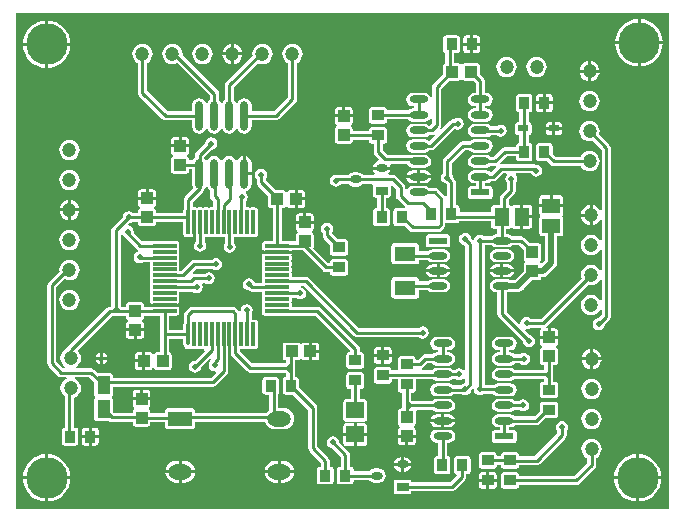
<source format=gtl>
G04 Layer_Physical_Order=1*
G04 Layer_Color=255*
%FSLAX24Y24*%
%MOIN*%
G70*
G01*
G75*
%ADD10R,0.0591X0.0551*%
%ADD11R,0.0354X0.0236*%
%ADD12R,0.0787X0.0512*%
%ADD13O,0.0787X0.0512*%
%ADD14R,0.0394X0.0394*%
%ADD15R,0.0118X0.0787*%
%ADD16R,0.0787X0.0118*%
%ADD17O,0.0118X0.0787*%
%ADD18R,0.0394X0.0276*%
%ADD19O,0.0394X0.0276*%
%ADD20R,0.0354X0.0394*%
%ADD21R,0.0394X0.0354*%
%ADD22R,0.0610X0.0236*%
%ADD23O,0.0610X0.0236*%
%ADD24O,0.0276X0.0984*%
%ADD25R,0.0394X0.0394*%
%ADD26O,0.0630X0.0236*%
%ADD27R,0.0630X0.0236*%
%ADD28R,0.0433X0.0600*%
%ADD29R,0.0512X0.0591*%
%ADD30R,0.0709X0.0512*%
%ADD31R,0.0591X0.0512*%
%ADD32C,0.0100*%
%ADD33C,0.0197*%
%ADD34C,0.0472*%
%ADD35C,0.1378*%
%ADD36C,0.0200*%
G36*
X50512Y29724D02*
X28740D01*
Y46260D01*
X50512D01*
Y29724D01*
D02*
G37*
%LPC*%
G36*
X47913Y34056D02*
X47826Y34044D01*
X47744Y34010D01*
X47674Y33956D01*
X47620Y33886D01*
X47586Y33804D01*
X47574Y33717D01*
X47586Y33629D01*
X47620Y33547D01*
X47674Y33477D01*
X47744Y33423D01*
X47826Y33389D01*
X47913Y33377D01*
X48001Y33389D01*
X48083Y33423D01*
X48153Y33477D01*
X48207Y33547D01*
X48241Y33629D01*
X48253Y33717D01*
X48241Y33804D01*
X48207Y33886D01*
X48153Y33956D01*
X48083Y34010D01*
X48001Y34044D01*
X47913Y34056D01*
D02*
G37*
G36*
X32863Y33685D02*
X32717D01*
X32678Y33677D01*
X32644Y33655D01*
X32622Y33622D01*
X32615Y33583D01*
Y33436D01*
X32863D01*
Y33685D01*
D02*
G37*
G36*
X46693Y33291D02*
X46299D01*
X46260Y33283D01*
X46227Y33261D01*
X46205Y33228D01*
X46197Y33189D01*
Y32988D01*
X46015Y32806D01*
X45357D01*
X45354Y32810D01*
X45282Y32858D01*
X45197Y32875D01*
X44803D01*
X44718Y32858D01*
X44646Y32810D01*
X44598Y32738D01*
X44581Y32653D01*
X44598Y32568D01*
X44646Y32496D01*
X44718Y32447D01*
X44803Y32430D01*
X44847D01*
Y32357D01*
X44685D01*
X44646Y32349D01*
X44613Y32327D01*
X44591Y32294D01*
X44583Y32255D01*
Y32019D01*
X44591Y31980D01*
X44613Y31947D01*
X44646Y31925D01*
X44685Y31917D01*
X45315D01*
X45354Y31925D01*
X45387Y31947D01*
X45409Y31980D01*
X45417Y32019D01*
Y32255D01*
X45409Y32294D01*
X45387Y32327D01*
X45354Y32349D01*
X45315Y32357D01*
X45153D01*
Y32430D01*
X45197D01*
X45282Y32447D01*
X45354Y32496D01*
X45357Y32500D01*
X46078D01*
X46136Y32511D01*
X46186Y32545D01*
X46374Y32733D01*
X46693D01*
X46732Y32740D01*
X46765Y32763D01*
X46787Y32796D01*
X46795Y32835D01*
Y33189D01*
X46787Y33228D01*
X46765Y33261D01*
X46732Y33283D01*
X46693Y33291D01*
D02*
G37*
G36*
X45197Y33391D02*
X44803D01*
X44718Y33374D01*
X44646Y33326D01*
X44598Y33254D01*
X44581Y33168D01*
X44598Y33083D01*
X44646Y33011D01*
X44718Y32963D01*
X44803Y32946D01*
X45197D01*
X45282Y32963D01*
X45354Y33011D01*
X45357Y33016D01*
X45500D01*
X45553Y32980D01*
X45631Y32965D01*
X45710Y32980D01*
X45776Y33024D01*
X45820Y33090D01*
X45835Y33168D01*
X45820Y33247D01*
X45776Y33313D01*
X45710Y33357D01*
X45631Y33372D01*
X45553Y33357D01*
X45500Y33321D01*
X45357D01*
X45354Y33326D01*
X45282Y33374D01*
X45197Y33391D01*
D02*
G37*
G36*
X33110Y33685D02*
X32963D01*
Y33436D01*
X33212D01*
Y33583D01*
X33204Y33622D01*
X33182Y33655D01*
X33149Y33677D01*
X33110Y33685D01*
D02*
G37*
G36*
X47863Y34667D02*
X47581D01*
X47586Y34629D01*
X47620Y34547D01*
X47674Y34477D01*
X47744Y34423D01*
X47826Y34389D01*
X47863Y34384D01*
Y34667D01*
D02*
G37*
G36*
X45197Y35454D02*
X44803D01*
X44718Y35437D01*
X44646Y35389D01*
X44598Y35317D01*
X44581Y35231D01*
X44598Y35146D01*
X44646Y35074D01*
X44718Y35026D01*
X44803Y35009D01*
X44847D01*
Y34938D01*
X44803D01*
X44718Y34921D01*
X44646Y34873D01*
X44598Y34801D01*
X44581Y34716D01*
X44598Y34631D01*
X44646Y34558D01*
X44718Y34510D01*
X44803Y34493D01*
X45197D01*
X45282Y34510D01*
X45354Y34558D01*
X45357Y34563D01*
X45535D01*
X45588Y34527D01*
X45666Y34512D01*
X45744Y34527D01*
X45810Y34572D01*
X45854Y34638D01*
X45870Y34716D01*
X45854Y34794D01*
X45810Y34860D01*
X45744Y34904D01*
X45666Y34920D01*
X45588Y34904D01*
X45535Y34869D01*
X45357D01*
X45354Y34873D01*
X45282Y34921D01*
X45197Y34938D01*
X45153D01*
Y35009D01*
X45197D01*
X45282Y35026D01*
X45354Y35074D01*
X45402Y35146D01*
X45419Y35231D01*
X45402Y35317D01*
X45354Y35389D01*
X45282Y35437D01*
X45197Y35454D01*
D02*
G37*
G36*
X46795Y35383D02*
X46197D01*
Y35236D01*
X46205Y35197D01*
X46227Y35164D01*
X46257Y35144D01*
X46259Y35118D01*
X46257Y35092D01*
X46227Y35072D01*
X46205Y35039D01*
X46197Y35000D01*
Y34606D01*
X46205Y34567D01*
X46227Y34534D01*
X46260Y34512D01*
X46299Y34504D01*
X46331D01*
Y34355D01*
X46329Y34353D01*
X45357D01*
X45354Y34357D01*
X45282Y34405D01*
X45197Y34422D01*
X44803D01*
X44718Y34405D01*
X44646Y34357D01*
X44598Y34285D01*
X44581Y34200D01*
X44598Y34115D01*
X44646Y34043D01*
X44718Y33995D01*
X44803Y33978D01*
X45197D01*
X45282Y33995D01*
X45354Y34043D01*
X45357Y34047D01*
X46329D01*
X46331Y34045D01*
Y33960D01*
X46299D01*
X46260Y33952D01*
X46227Y33930D01*
X46205Y33897D01*
X46197Y33858D01*
Y33504D01*
X46205Y33465D01*
X46227Y33432D01*
X46260Y33410D01*
X46299Y33402D01*
X46693D01*
X46732Y33410D01*
X46765Y33432D01*
X46787Y33465D01*
X46795Y33504D01*
Y33858D01*
X46787Y33897D01*
X46765Y33930D01*
X46732Y33952D01*
X46693Y33960D01*
X46636D01*
Y34504D01*
X46693D01*
X46732Y34512D01*
X46765Y34534D01*
X46787Y34567D01*
X46795Y34606D01*
Y35000D01*
X46787Y35039D01*
X46765Y35072D01*
X46736Y35092D01*
X46733Y35118D01*
X46736Y35144D01*
X46765Y35164D01*
X46787Y35197D01*
X46795Y35236D01*
Y35383D01*
D02*
G37*
G36*
X48246Y34667D02*
X47963D01*
Y34384D01*
X48001Y34389D01*
X48083Y34423D01*
X48153Y34477D01*
X48207Y34547D01*
X48241Y34629D01*
X48246Y34667D01*
D02*
G37*
G36*
X40335Y32572D02*
X40089D01*
Y32245D01*
X40437D01*
Y32470D01*
X40429Y32509D01*
X40407Y32543D01*
X40374Y32565D01*
X40335Y32572D01*
D02*
G37*
G36*
X47913Y33056D02*
X47826Y33044D01*
X47744Y33010D01*
X47674Y32956D01*
X47620Y32886D01*
X47586Y32804D01*
X47574Y32717D01*
X47586Y32629D01*
X47620Y32547D01*
X47674Y32477D01*
X47744Y32423D01*
X47826Y32389D01*
X47913Y32377D01*
X48001Y32389D01*
X48083Y32423D01*
X48153Y32477D01*
X48207Y32547D01*
X48241Y32629D01*
X48253Y32717D01*
X48241Y32804D01*
X48207Y32886D01*
X48153Y32956D01*
X48083Y33010D01*
X48001Y33044D01*
X47913Y33056D01*
D02*
G37*
G36*
X31378Y32425D02*
X31251D01*
Y32176D01*
X31480D01*
Y32323D01*
X31472Y32362D01*
X31450Y32395D01*
X31417Y32417D01*
X31378Y32425D01*
D02*
G37*
G36*
X39989Y32572D02*
X39744D01*
X39705Y32565D01*
X39672Y32543D01*
X39650Y32509D01*
X39642Y32470D01*
Y32245D01*
X39989D01*
Y32572D01*
D02*
G37*
G36*
X42903Y32603D02*
X42543D01*
X42550Y32568D01*
X42599Y32496D01*
X42671Y32447D01*
X42756Y32430D01*
X42903D01*
Y32603D01*
D02*
G37*
G36*
Y32875D02*
X42756D01*
X42671Y32858D01*
X42599Y32810D01*
X42550Y32738D01*
X42543Y32703D01*
X42903D01*
Y32875D01*
D02*
G37*
G36*
X43150D02*
X43003D01*
Y32703D01*
X43362D01*
X43355Y32738D01*
X43307Y32810D01*
X43235Y32858D01*
X43150Y32875D01*
D02*
G37*
G36*
X43362Y32603D02*
X43003D01*
Y32430D01*
X43150D01*
X43235Y32447D01*
X43307Y32496D01*
X43355Y32568D01*
X43362Y32603D01*
D02*
G37*
G36*
X40236Y34275D02*
X39843D01*
X39804Y34267D01*
X39770Y34245D01*
X39748Y34212D01*
X39741Y34173D01*
Y33819D01*
X39748Y33780D01*
X39770Y33747D01*
X39804Y33725D01*
X39843Y33717D01*
X39886D01*
Y33380D01*
X39744D01*
X39705Y33372D01*
X39672Y33350D01*
X39650Y33317D01*
X39642Y33278D01*
Y32726D01*
X39650Y32687D01*
X39672Y32654D01*
X39705Y32632D01*
X39744Y32624D01*
X40335D01*
X40374Y32632D01*
X40407Y32654D01*
X40429Y32687D01*
X40437Y32726D01*
Y33278D01*
X40429Y33317D01*
X40407Y33350D01*
X40374Y33372D01*
X40335Y33380D01*
X40192D01*
Y33717D01*
X40236D01*
X40275Y33725D01*
X40308Y33747D01*
X40330Y33780D01*
X40338Y33819D01*
Y34173D01*
X40330Y34212D01*
X40308Y34245D01*
X40275Y34267D01*
X40236Y34275D01*
D02*
G37*
G36*
X42750Y37600D02*
X42401D01*
X42408Y37565D01*
X42456Y37493D01*
X42528Y37445D01*
X42613Y37428D01*
X42750D01*
Y37600D01*
D02*
G37*
G36*
X43199D02*
X42850D01*
Y37428D01*
X42987D01*
X43072Y37445D01*
X43144Y37493D01*
X43192Y37565D01*
X43199Y37600D01*
D02*
G37*
G36*
X30512Y37024D02*
X30424Y37013D01*
X30342Y36979D01*
X30272Y36925D01*
X30218Y36855D01*
X30184Y36773D01*
X30173Y36685D01*
X30184Y36597D01*
X30218Y36515D01*
X30272Y36445D01*
X30342Y36391D01*
X30424Y36357D01*
X30512Y36346D01*
X30600Y36357D01*
X30681Y36391D01*
X30752Y36445D01*
X30805Y36515D01*
X30839Y36597D01*
X30851Y36685D01*
X30839Y36773D01*
X30805Y36855D01*
X30752Y36925D01*
X30681Y36979D01*
X30600Y37013D01*
X30512Y37024D01*
D02*
G37*
G36*
X42054Y37437D02*
X41346D01*
X41307Y37429D01*
X41274Y37407D01*
X41251Y37374D01*
X41244Y37335D01*
Y36823D01*
X41251Y36784D01*
X41274Y36751D01*
X41307Y36729D01*
X41346Y36721D01*
X42054D01*
X42093Y36729D01*
X42126Y36751D01*
X42149Y36784D01*
X42156Y36823D01*
Y36997D01*
X42453D01*
X42456Y36993D01*
X42528Y36945D01*
X42613Y36928D01*
X42987D01*
X43072Y36945D01*
X43144Y36993D01*
X43192Y37065D01*
X43209Y37150D01*
X43192Y37235D01*
X43144Y37307D01*
X43072Y37355D01*
X42987Y37372D01*
X42613D01*
X42528Y37355D01*
X42456Y37307D01*
X42453Y37303D01*
X42156D01*
Y37335D01*
X42149Y37374D01*
X42126Y37407D01*
X42093Y37429D01*
X42054Y37437D01*
D02*
G37*
G36*
X44876Y37600D02*
X44527D01*
X44534Y37565D01*
X44582Y37493D01*
X44654Y37445D01*
X44739Y37428D01*
X44876D01*
Y37600D01*
D02*
G37*
G36*
X42987Y37872D02*
X42850D01*
Y37700D01*
X43199D01*
X43192Y37735D01*
X43144Y37807D01*
X43072Y37855D01*
X42987Y37872D01*
D02*
G37*
G36*
X44876D02*
X44739D01*
X44654Y37855D01*
X44582Y37807D01*
X44534Y37735D01*
X44527Y37700D01*
X44876D01*
Y37872D01*
D02*
G37*
G36*
X45325Y37600D02*
X44976D01*
Y37428D01*
X45113D01*
X45198Y37445D01*
X45270Y37493D01*
X45318Y37565D01*
X45325Y37600D01*
D02*
G37*
G36*
X42750Y37872D02*
X42613D01*
X42528Y37855D01*
X42456Y37807D01*
X42408Y37735D01*
X42401Y37700D01*
X42750D01*
Y37872D01*
D02*
G37*
G36*
X38842Y34911D02*
X38593D01*
Y34662D01*
X38740D01*
X38779Y34670D01*
X38812Y34692D01*
X38834Y34725D01*
X38842Y34764D01*
Y34911D01*
D02*
G37*
G36*
X47863Y35049D02*
X47826Y35044D01*
X47744Y35010D01*
X47674Y34956D01*
X47620Y34886D01*
X47586Y34804D01*
X47581Y34767D01*
X47863D01*
Y35049D01*
D02*
G37*
G36*
X40900Y34785D02*
X40651D01*
Y34657D01*
X40659Y34618D01*
X40681Y34585D01*
X40714Y34563D01*
X40753Y34556D01*
X40900D01*
Y34785D01*
D02*
G37*
G36*
X41249D02*
X41000D01*
Y34556D01*
X41147D01*
X41186Y34563D01*
X41219Y34585D01*
X41241Y34618D01*
X41249Y34657D01*
Y34785D01*
D02*
G37*
G36*
X47963Y35049D02*
Y34767D01*
X48246D01*
X48241Y34804D01*
X48207Y34886D01*
X48153Y34956D01*
X48083Y35010D01*
X48001Y35044D01*
X47963Y35049D01*
D02*
G37*
G36*
X38740Y35259D02*
X38593D01*
Y35011D01*
X38842D01*
Y35157D01*
X38834Y35196D01*
X38812Y35230D01*
X38779Y35252D01*
X38740Y35259D01*
D02*
G37*
G36*
X46693Y35732D02*
X46546D01*
Y35483D01*
X46795D01*
Y35630D01*
X46787Y35669D01*
X46765Y35702D01*
X46732Y35724D01*
X46693Y35732D01*
D02*
G37*
G36*
X40900Y35114D02*
X40753D01*
X40714Y35106D01*
X40681Y35084D01*
X40659Y35051D01*
X40651Y35012D01*
Y34885D01*
X40900D01*
Y35114D01*
D02*
G37*
G36*
X41147D02*
X41000D01*
Y34885D01*
X41249D01*
Y35012D01*
X41241Y35051D01*
X41219Y35084D01*
X41186Y35106D01*
X41147Y35114D01*
D02*
G37*
G36*
X43780Y31480D02*
X43425D01*
X43386Y31472D01*
X43353Y31450D01*
X43331Y31417D01*
X43323Y31378D01*
Y30984D01*
X43331Y30945D01*
X43353Y30912D01*
X43386Y30890D01*
X43398Y30888D01*
X43413Y30834D01*
X43185Y30606D01*
X41910D01*
X41905Y30630D01*
X41883Y30663D01*
X41850Y30685D01*
X41811Y30693D01*
X41417D01*
X41378Y30685D01*
X41345Y30663D01*
X41323Y30630D01*
X41315Y30591D01*
Y30315D01*
X41323Y30276D01*
X41345Y30243D01*
X41378Y30221D01*
X41417Y30213D01*
X41811D01*
X41850Y30221D01*
X41883Y30243D01*
X41905Y30276D01*
X41910Y30300D01*
X43248D01*
X43307Y30311D01*
X43356Y30345D01*
X43691Y30679D01*
X43724Y30729D01*
X43736Y30787D01*
Y30882D01*
X43780D01*
X43819Y30890D01*
X43852Y30912D01*
X43874Y30945D01*
X43881Y30984D01*
Y31378D01*
X43874Y31417D01*
X43852Y31450D01*
X43819Y31472D01*
X43780Y31480D01*
D02*
G37*
G36*
X44400Y30944D02*
X44253D01*
X44214Y30937D01*
X44181Y30915D01*
X44159Y30882D01*
X44151Y30843D01*
Y30715D01*
X44400D01*
Y30944D01*
D02*
G37*
G36*
X37457Y30900D02*
X37017D01*
X37023Y30857D01*
X37058Y30771D01*
X37115Y30696D01*
X37190Y30639D01*
X37276Y30603D01*
X37369Y30591D01*
X37457D01*
Y30900D01*
D02*
G37*
G36*
X37997D02*
X37557D01*
Y30591D01*
X37645D01*
X37738Y30603D01*
X37824Y30639D01*
X37899Y30696D01*
X37956Y30771D01*
X37992Y30857D01*
X37997Y30900D01*
D02*
G37*
G36*
X44647Y30944D02*
X44500D01*
Y30715D01*
X44749D01*
Y30843D01*
X44741Y30882D01*
X44719Y30915D01*
X44686Y30937D01*
X44647Y30944D01*
D02*
G37*
G36*
X49400Y31538D02*
X49295Y31528D01*
X49147Y31482D01*
X49010Y31409D01*
X48889Y31311D01*
X48791Y31190D01*
X48718Y31053D01*
X48672Y30905D01*
X48662Y30800D01*
X49400D01*
Y31538D01*
D02*
G37*
G36*
X49500D02*
Y30800D01*
X50238D01*
X50228Y30905D01*
X50182Y31053D01*
X50109Y31190D01*
X50011Y31311D01*
X49890Y31409D01*
X49753Y31482D01*
X49605Y31528D01*
X49500Y31538D01*
D02*
G37*
G36*
X29700D02*
X29595Y31528D01*
X29447Y31482D01*
X29310Y31409D01*
X29189Y31311D01*
X29091Y31190D01*
X29018Y31053D01*
X28972Y30905D01*
X28962Y30800D01*
X29700D01*
Y31538D01*
D02*
G37*
G36*
X29800D02*
Y30800D01*
X30538D01*
X30528Y30905D01*
X30482Y31053D01*
X30409Y31190D01*
X30311Y31311D01*
X30190Y31409D01*
X30053Y31482D01*
X29905Y31528D01*
X29800Y31538D01*
D02*
G37*
G36*
X49400Y30700D02*
X48662D01*
X48672Y30595D01*
X48718Y30447D01*
X48791Y30310D01*
X48889Y30189D01*
X49010Y30091D01*
X49147Y30018D01*
X49295Y29972D01*
X49400Y29962D01*
Y30700D01*
D02*
G37*
G36*
X50238D02*
X49500D01*
Y29962D01*
X49605Y29972D01*
X49753Y30018D01*
X49890Y30091D01*
X50011Y30189D01*
X50109Y30310D01*
X50182Y30447D01*
X50228Y30595D01*
X50238Y30700D01*
D02*
G37*
G36*
X29700D02*
X28962D01*
X28972Y30595D01*
X29018Y30447D01*
X29091Y30310D01*
X29189Y30189D01*
X29310Y30091D01*
X29447Y30018D01*
X29595Y29972D01*
X29700Y29962D01*
Y30700D01*
D02*
G37*
G36*
X30538D02*
X29800D01*
Y29962D01*
X29905Y29972D01*
X30053Y30018D01*
X30190Y30091D01*
X30311Y30189D01*
X30409Y30310D01*
X30482Y30447D01*
X30528Y30595D01*
X30538Y30700D01*
D02*
G37*
G36*
X44400Y30615D02*
X44151D01*
Y30488D01*
X44159Y30449D01*
X44181Y30416D01*
X44214Y30394D01*
X44253Y30386D01*
X44400D01*
Y30615D01*
D02*
G37*
G36*
X34150Y30900D02*
X33710D01*
X33715Y30857D01*
X33751Y30771D01*
X33808Y30696D01*
X33883Y30639D01*
X33969Y30603D01*
X34062Y30591D01*
X34150D01*
Y30900D01*
D02*
G37*
G36*
X34690D02*
X34250D01*
Y30591D01*
X34338D01*
X34431Y30603D01*
X34517Y30639D01*
X34592Y30696D01*
X34649Y30771D01*
X34685Y30857D01*
X34690Y30900D01*
D02*
G37*
G36*
X44749Y30615D02*
X44500D01*
Y30386D01*
X44647D01*
X44686Y30394D01*
X44719Y30416D01*
X44741Y30449D01*
X44749Y30488D01*
Y30615D01*
D02*
G37*
G36*
X39291Y32133D02*
X39213Y32118D01*
X39147Y32073D01*
X39103Y32007D01*
X39087Y31929D01*
X39103Y31851D01*
X39147Y31785D01*
X39213Y31741D01*
X39276Y31728D01*
X39552Y31452D01*
Y31126D01*
X39528D01*
X39489Y31118D01*
X39455Y31096D01*
X39433Y31063D01*
X39426Y31024D01*
Y30630D01*
X39433Y30591D01*
X39455Y30558D01*
X39489Y30536D01*
X39528Y30528D01*
X39882D01*
X39921Y30536D01*
X39954Y30558D01*
X39976Y30591D01*
X39984Y30630D01*
Y30674D01*
X40505D01*
X40518Y30655D01*
X40596Y30603D01*
X40689Y30584D01*
X40807D01*
X40900Y30603D01*
X40979Y30655D01*
X41031Y30734D01*
X41050Y30827D01*
X41031Y30920D01*
X40979Y30998D01*
X40900Y31051D01*
X40807Y31069D01*
X40689D01*
X40596Y31051D01*
X40518Y30998D01*
X40505Y30980D01*
X39984D01*
Y31024D01*
X39976Y31063D01*
X39954Y31096D01*
X39921Y31118D01*
X39882Y31126D01*
X39858D01*
Y31516D01*
X39846Y31574D01*
X39813Y31624D01*
X39492Y31945D01*
X39480Y32007D01*
X39436Y32073D01*
X39369Y32118D01*
X39291Y32133D01*
D02*
G37*
G36*
X39989Y32145D02*
X39642D01*
Y31919D01*
X39650Y31880D01*
X39672Y31847D01*
X39705Y31825D01*
X39744Y31817D01*
X39989D01*
Y32145D01*
D02*
G37*
G36*
X40437D02*
X40089D01*
Y31817D01*
X40335D01*
X40374Y31825D01*
X40407Y31847D01*
X40429Y31880D01*
X40437Y31919D01*
Y32145D01*
D02*
G37*
G36*
X41673Y31443D02*
X41664D01*
Y31251D01*
X41906D01*
X41897Y31294D01*
X41845Y31372D01*
X41766Y31425D01*
X41673Y31443D01*
D02*
G37*
G36*
X46929Y32645D02*
X46851Y32629D01*
X46785Y32585D01*
X46741Y32519D01*
X46725Y32441D01*
X46741Y32363D01*
X46776Y32310D01*
Y32231D01*
X46023Y31478D01*
X45499D01*
Y31512D01*
X45491Y31551D01*
X45469Y31584D01*
X45436Y31606D01*
X45397Y31614D01*
X45003D01*
X44964Y31606D01*
X44931Y31584D01*
X44909Y31551D01*
X44901Y31512D01*
Y31488D01*
X44749D01*
Y31512D01*
X44741Y31551D01*
X44719Y31584D01*
X44686Y31606D01*
X44647Y31614D01*
X44253D01*
X44214Y31606D01*
X44181Y31584D01*
X44159Y31551D01*
X44151Y31512D01*
Y31157D01*
X44159Y31118D01*
X44181Y31085D01*
X44214Y31063D01*
X44253Y31056D01*
X44647D01*
X44686Y31063D01*
X44719Y31085D01*
X44741Y31118D01*
X44749Y31157D01*
Y31182D01*
X44901D01*
Y31157D01*
X44909Y31118D01*
X44931Y31085D01*
X44964Y31063D01*
X45003Y31056D01*
X45397D01*
X45436Y31063D01*
X45469Y31085D01*
X45491Y31118D01*
X45499Y31157D01*
Y31172D01*
X46086D01*
X46145Y31184D01*
X46195Y31217D01*
X47037Y32060D01*
X47070Y32109D01*
X47082Y32168D01*
Y32310D01*
X47118Y32363D01*
X47133Y32441D01*
X47118Y32519D01*
X47073Y32585D01*
X47007Y32629D01*
X46929Y32645D01*
D02*
G37*
G36*
X31151Y32076D02*
X30922D01*
Y31929D01*
X30929Y31890D01*
X30952Y31857D01*
X30985Y31835D01*
X31024Y31827D01*
X31151D01*
Y32076D01*
D02*
G37*
G36*
X42049Y32085D02*
X41800D01*
Y31836D01*
X41947D01*
X41986Y31844D01*
X42019Y31866D01*
X42041Y31899D01*
X42049Y31938D01*
Y32085D01*
D02*
G37*
G36*
X31151Y32425D02*
X31024D01*
X30985Y32417D01*
X30952Y32395D01*
X30929Y32362D01*
X30922Y32323D01*
Y32176D01*
X31151D01*
Y32425D01*
D02*
G37*
G36*
X31480Y32076D02*
X31251D01*
Y31827D01*
X31378D01*
X31417Y31835D01*
X31450Y31857D01*
X31472Y31890D01*
X31480Y31929D01*
Y32076D01*
D02*
G37*
G36*
X41700Y32085D02*
X41451D01*
Y31938D01*
X41459Y31899D01*
X41481Y31866D01*
X41514Y31844D01*
X41553Y31836D01*
X41700D01*
Y32085D01*
D02*
G37*
G36*
X41564Y31151D02*
X41323D01*
X41331Y31108D01*
X41384Y31029D01*
X41462Y30977D01*
X41555Y30958D01*
X41564D01*
Y31151D01*
D02*
G37*
G36*
X41906D02*
X41664D01*
Y30958D01*
X41673D01*
X41766Y30977D01*
X41845Y31029D01*
X41897Y31108D01*
X41906Y31151D01*
D02*
G37*
G36*
X47913Y32056D02*
X47826Y32044D01*
X47744Y32010D01*
X47674Y31956D01*
X47620Y31886D01*
X47586Y31804D01*
X47574Y31717D01*
X47586Y31629D01*
X47620Y31547D01*
X47674Y31477D01*
X47744Y31423D01*
X47760Y31416D01*
Y31244D01*
X47334Y30818D01*
X45499D01*
Y30843D01*
X45491Y30882D01*
X45469Y30915D01*
X45436Y30937D01*
X45397Y30944D01*
X45003D01*
X44964Y30937D01*
X44931Y30915D01*
X44909Y30882D01*
X44901Y30843D01*
Y30488D01*
X44909Y30449D01*
X44931Y30416D01*
X44964Y30394D01*
X45003Y30386D01*
X45397D01*
X45436Y30394D01*
X45469Y30416D01*
X45491Y30449D01*
X45499Y30488D01*
Y30512D01*
X47398D01*
X47456Y30524D01*
X47506Y30557D01*
X48022Y31073D01*
X48055Y31123D01*
X48066Y31181D01*
Y31416D01*
X48083Y31423D01*
X48153Y31477D01*
X48207Y31547D01*
X48241Y31629D01*
X48253Y31717D01*
X48241Y31804D01*
X48207Y31886D01*
X48153Y31956D01*
X48083Y32010D01*
X48001Y32044D01*
X47913Y32056D01*
D02*
G37*
G36*
X43150Y32359D02*
X42756D01*
X42671Y32342D01*
X42599Y32294D01*
X42550Y32222D01*
X42534Y32137D01*
X42550Y32052D01*
X42599Y31980D01*
X42671Y31932D01*
X42756Y31915D01*
X42800D01*
Y31480D01*
X42756D01*
X42717Y31472D01*
X42684Y31450D01*
X42662Y31417D01*
X42654Y31378D01*
Y30984D01*
X42662Y30945D01*
X42684Y30912D01*
X42717Y30890D01*
X42756Y30882D01*
X43110D01*
X43149Y30890D01*
X43182Y30912D01*
X43204Y30945D01*
X43212Y30984D01*
Y31378D01*
X43204Y31417D01*
X43182Y31450D01*
X43149Y31472D01*
X43110Y31480D01*
X43106D01*
Y31915D01*
X43150D01*
X43235Y31932D01*
X43307Y31980D01*
X43355Y32052D01*
X43372Y32137D01*
X43355Y32222D01*
X43307Y32294D01*
X43235Y32342D01*
X43150Y32359D01*
D02*
G37*
G36*
X34150Y31309D02*
X34062D01*
X33969Y31297D01*
X33883Y31261D01*
X33808Y31204D01*
X33751Y31129D01*
X33715Y31043D01*
X33710Y31000D01*
X34150D01*
Y31309D01*
D02*
G37*
G36*
X37645D02*
X37557D01*
Y31000D01*
X37997D01*
X37992Y31043D01*
X37956Y31129D01*
X37899Y31204D01*
X37824Y31261D01*
X37738Y31297D01*
X37645Y31309D01*
D02*
G37*
G36*
X41564Y31443D02*
X41555D01*
X41462Y31425D01*
X41384Y31372D01*
X41331Y31294D01*
X41323Y31251D01*
X41564D01*
Y31443D01*
D02*
G37*
G36*
X34338Y31309D02*
X34250D01*
Y31000D01*
X34690D01*
X34685Y31043D01*
X34649Y31129D01*
X34592Y31204D01*
X34517Y31261D01*
X34431Y31297D01*
X34338Y31309D01*
D02*
G37*
G36*
X37457D02*
X37369D01*
X37276Y31297D01*
X37190Y31261D01*
X37115Y31204D01*
X37058Y31129D01*
X37023Y31043D01*
X37017Y31000D01*
X37457D01*
Y31309D01*
D02*
G37*
G36*
X45113Y37872D02*
X44976D01*
Y37700D01*
X45325D01*
X45318Y37735D01*
X45270Y37807D01*
X45198Y37855D01*
X45113Y37872D01*
D02*
G37*
G36*
X46614Y43200D02*
X46385D01*
Y42951D01*
X46512D01*
X46551Y42959D01*
X46584Y42981D01*
X46606Y43014D01*
X46614Y43053D01*
Y43200D01*
D02*
G37*
G36*
X47850Y43639D02*
X47762Y43628D01*
X47680Y43594D01*
X47610Y43540D01*
X47556Y43470D01*
X47522Y43388D01*
X47511Y43300D01*
X47522Y43212D01*
X47556Y43130D01*
X47610Y43060D01*
X47680Y43006D01*
X47762Y42972D01*
X47850Y42961D01*
X47938Y42972D01*
X48020Y43006D01*
X48090Y43060D01*
X48144Y43130D01*
X48178Y43212D01*
X48189Y43300D01*
X48178Y43388D01*
X48144Y43470D01*
X48090Y43540D01*
X48020Y43594D01*
X47938Y43628D01*
X47850Y43639D01*
D02*
G37*
G36*
X46285Y43200D02*
X46056D01*
Y43053D01*
X46063Y43014D01*
X46085Y42981D01*
X46118Y42959D01*
X46157Y42951D01*
X46285D01*
Y43200D01*
D02*
G37*
G36*
X39600Y43114D02*
X39453D01*
X39414Y43106D01*
X39381Y43084D01*
X39359Y43051D01*
X39351Y43012D01*
Y42865D01*
X39600D01*
Y43114D01*
D02*
G37*
G36*
X39847D02*
X39700D01*
Y42865D01*
X39949D01*
Y43012D01*
X39941Y43051D01*
X39919Y43084D01*
X39886Y43106D01*
X39847Y43114D01*
D02*
G37*
G36*
X48183Y44250D02*
X47900D01*
Y43967D01*
X47938Y43972D01*
X48020Y44006D01*
X48090Y44060D01*
X48144Y44130D01*
X48178Y44212D01*
X48183Y44250D01*
D02*
G37*
G36*
X45079Y44788D02*
X44991Y44776D01*
X44909Y44743D01*
X44839Y44689D01*
X44785Y44618D01*
X44751Y44537D01*
X44740Y44449D01*
X44751Y44361D01*
X44785Y44279D01*
X44839Y44209D01*
X44909Y44155D01*
X44991Y44121D01*
X45079Y44110D01*
X45167Y44121D01*
X45248Y44155D01*
X45319Y44209D01*
X45372Y44279D01*
X45406Y44361D01*
X45418Y44449D01*
X45406Y44537D01*
X45372Y44618D01*
X45319Y44689D01*
X45248Y44743D01*
X45167Y44776D01*
X45079Y44788D01*
D02*
G37*
G36*
X47800Y44250D02*
X47517D01*
X47522Y44212D01*
X47556Y44130D01*
X47610Y44060D01*
X47680Y44006D01*
X47762Y43972D01*
X47800Y43967D01*
Y44250D01*
D02*
G37*
G36*
X46285Y43549D02*
X46157D01*
X46118Y43541D01*
X46085Y43519D01*
X46063Y43486D01*
X46056Y43447D01*
Y43300D01*
X46285D01*
Y43549D01*
D02*
G37*
G36*
X46512D02*
X46385D01*
Y43300D01*
X46614D01*
Y43447D01*
X46606Y43486D01*
X46584Y43519D01*
X46551Y43541D01*
X46512Y43549D01*
D02*
G37*
G36*
X34397Y42114D02*
X34250D01*
Y41865D01*
X34499D01*
Y42012D01*
X34491Y42051D01*
X34469Y42084D01*
X34436Y42106D01*
X34397Y42114D01*
D02*
G37*
G36*
X44397Y42554D02*
X44003D01*
X43918Y42537D01*
X43846Y42489D01*
X43798Y42417D01*
X43781Y42332D01*
X43798Y42246D01*
X43846Y42174D01*
X43918Y42126D01*
X44003Y42109D01*
X44397D01*
X44482Y42126D01*
X44548Y42170D01*
X44751D01*
X44804Y42134D01*
X44882Y42119D01*
X44960Y42134D01*
X45026Y42179D01*
X45070Y42245D01*
X45086Y42323D01*
X45070Y42401D01*
X45026Y42467D01*
X44960Y42511D01*
X44882Y42527D01*
X44804Y42511D01*
X44751Y42476D01*
X44563D01*
X44554Y42489D01*
X44482Y42537D01*
X44397Y42554D01*
D02*
G37*
G36*
X34150Y42114D02*
X34003D01*
X33964Y42106D01*
X33931Y42084D01*
X33909Y42051D01*
X33901Y42012D01*
Y41865D01*
X34150D01*
Y42114D01*
D02*
G37*
G36*
X30512Y42024D02*
X30424Y42013D01*
X30342Y41979D01*
X30272Y41925D01*
X30218Y41855D01*
X30184Y41773D01*
X30173Y41685D01*
X30184Y41597D01*
X30218Y41515D01*
X30272Y41445D01*
X30342Y41391D01*
X30424Y41357D01*
X30512Y41346D01*
X30600Y41357D01*
X30681Y41391D01*
X30752Y41445D01*
X30805Y41515D01*
X30839Y41597D01*
X30851Y41685D01*
X30839Y41773D01*
X30805Y41855D01*
X30752Y41925D01*
X30681Y41979D01*
X30600Y42013D01*
X30512Y42024D01*
D02*
G37*
G36*
X45843Y43549D02*
X45488D01*
X45449Y43541D01*
X45416Y43519D01*
X45394Y43486D01*
X45386Y43447D01*
Y43053D01*
X45394Y43014D01*
X45416Y42981D01*
X45449Y42959D01*
X45488Y42951D01*
X45512D01*
Y42620D01*
X45461D01*
X45422Y42612D01*
X45389Y42590D01*
X45367Y42557D01*
X45359Y42518D01*
Y42282D01*
X45367Y42243D01*
X45389Y42210D01*
X45422Y42188D01*
X45461Y42180D01*
X45512D01*
Y41914D01*
X45488D01*
X45449Y41906D01*
X45416Y41884D01*
X45394Y41851D01*
X45386Y41812D01*
Y41768D01*
X45015D01*
X44957Y41757D01*
X44907Y41723D01*
X44637Y41453D01*
X44557D01*
X44554Y41457D01*
X44482Y41505D01*
X44397Y41522D01*
X44003D01*
X43918Y41505D01*
X43846Y41457D01*
X43798Y41385D01*
X43781Y41300D01*
X43798Y41215D01*
X43846Y41143D01*
X43918Y41095D01*
X44003Y41078D01*
X44397D01*
X44482Y41095D01*
X44554Y41143D01*
X44557Y41147D01*
X44700D01*
X44713Y41150D01*
X44737Y41103D01*
X44599Y40965D01*
X44554Y40942D01*
X44482Y40990D01*
X44397Y41007D01*
X44003D01*
X43918Y40990D01*
X43846Y40942D01*
X43798Y40869D01*
X43781Y40784D01*
X43798Y40699D01*
X43846Y40627D01*
X43918Y40579D01*
X44003Y40562D01*
X44047D01*
Y40489D01*
X43885D01*
X43846Y40481D01*
X43813Y40459D01*
X43791Y40426D01*
X43783Y40387D01*
Y40150D01*
X43791Y40111D01*
X43813Y40078D01*
X43846Y40056D01*
X43885Y40048D01*
X44515D01*
X44554Y40056D01*
X44587Y40078D01*
X44609Y40111D01*
X44617Y40150D01*
Y40387D01*
X44609Y40426D01*
X44587Y40459D01*
X44554Y40481D01*
X44515Y40489D01*
X44353D01*
Y40562D01*
X44397D01*
X44482Y40579D01*
X44554Y40627D01*
X44557Y40631D01*
X44634D01*
X44693Y40643D01*
X44742Y40676D01*
X44963Y40897D01*
X45068D01*
X45082Y40872D01*
X45088Y40847D01*
X45048Y40787D01*
X45032Y40709D01*
X45048Y40631D01*
X45083Y40578D01*
Y40378D01*
X44892Y40187D01*
X44859Y40137D01*
X44847Y40079D01*
Y39847D01*
X44659D01*
X44620Y39839D01*
X44587Y39817D01*
X44565Y39784D01*
X44557Y39745D01*
Y39603D01*
X43514D01*
Y39747D01*
X43506Y39786D01*
X43484Y39819D01*
X43451Y39841D01*
X43412Y39849D01*
X43388D01*
Y40615D01*
X43376Y40674D01*
X43343Y40724D01*
X43301Y40765D01*
X43288Y40828D01*
X43253Y40881D01*
Y41237D01*
X43679Y41663D01*
X43843D01*
X43846Y41659D01*
X43918Y41610D01*
X44003Y41593D01*
X44397D01*
X44482Y41610D01*
X44554Y41659D01*
X44602Y41731D01*
X44619Y41816D01*
X44602Y41901D01*
X44554Y41973D01*
X44482Y42021D01*
X44397Y42038D01*
X44003D01*
X43918Y42021D01*
X43846Y41973D01*
X43843Y41969D01*
X43616D01*
X43557Y41957D01*
X43508Y41924D01*
X42992Y41408D01*
X42959Y41359D01*
X42947Y41300D01*
Y40881D01*
X42912Y40828D01*
X42896Y40750D01*
X42912Y40672D01*
X42956Y40606D01*
X43022Y40562D01*
X43082Y40550D01*
Y40146D01*
X43035Y40119D01*
X43032Y40119D01*
X43001Y40166D01*
X42790Y40377D01*
X42740Y40410D01*
X42681Y40421D01*
X42510D01*
X42507Y40426D01*
X42435Y40474D01*
X42350Y40491D01*
X41956D01*
X41871Y40474D01*
X41799Y40426D01*
X41753Y40357D01*
X41749Y40357D01*
X41703Y40388D01*
Y40450D01*
X41691Y40509D01*
X41658Y40558D01*
X41408Y40808D01*
X41359Y40841D01*
X41300Y40853D01*
X41158D01*
X41144Y40901D01*
X41147Y40903D01*
X41199Y40981D01*
X41208Y41024D01*
X40916D01*
X40625D01*
X40633Y40981D01*
X40686Y40903D01*
X40688Y40901D01*
X40674Y40853D01*
X40293D01*
X40280Y40871D01*
X40202Y40924D01*
X40109Y40942D01*
X39991D01*
X39898Y40924D01*
X39820Y40871D01*
X39807Y40853D01*
X39450D01*
X39427Y40848D01*
X39400Y40854D01*
X39322Y40838D01*
X39256Y40794D01*
X39212Y40728D01*
X39196Y40650D01*
X39212Y40572D01*
X39256Y40506D01*
X39322Y40462D01*
X39400Y40446D01*
X39478Y40462D01*
X39544Y40506D01*
X39572Y40547D01*
X39807D01*
X39820Y40529D01*
X39898Y40476D01*
X39991Y40458D01*
X40109D01*
X40202Y40476D01*
X40280Y40529D01*
X40293Y40547D01*
X40595D01*
X40621Y40509D01*
X40624Y40497D01*
X40617Y40464D01*
Y40188D01*
X40625Y40149D01*
X40647Y40116D01*
X40680Y40094D01*
X40719Y40086D01*
X40763D01*
Y39749D01*
X40738D01*
X40699Y39741D01*
X40666Y39719D01*
X40644Y39686D01*
X40636Y39647D01*
Y39253D01*
X40644Y39214D01*
X40666Y39181D01*
X40699Y39159D01*
X40738Y39151D01*
X41093D01*
X41132Y39159D01*
X41165Y39181D01*
X41187Y39214D01*
X41194Y39253D01*
Y39647D01*
X41187Y39686D01*
X41165Y39719D01*
X41132Y39741D01*
X41093Y39749D01*
X41069D01*
Y40086D01*
X41113D01*
X41152Y40094D01*
X41185Y40116D01*
X41207Y40149D01*
X41215Y40188D01*
Y40464D01*
X41213Y40474D01*
X41250Y40518D01*
X41265Y40519D01*
X41397Y40387D01*
Y40150D01*
X41409Y40091D01*
X41442Y40042D01*
X41685Y39799D01*
X41679Y39771D01*
X41666Y39749D01*
X41407D01*
X41368Y39741D01*
X41335Y39719D01*
X41313Y39686D01*
X41306Y39647D01*
Y39253D01*
X41313Y39214D01*
X41335Y39181D01*
X41368Y39159D01*
X41407Y39151D01*
X41683D01*
X41842Y38992D01*
X41891Y38959D01*
X41950Y38947D01*
X42800D01*
X42859Y38959D01*
X42908Y38992D01*
X43001Y39084D01*
X43034Y39134D01*
X43045Y39193D01*
Y39241D01*
X43057Y39251D01*
X43412D01*
X43451Y39259D01*
X43484Y39281D01*
X43495Y39297D01*
X44557D01*
Y39155D01*
X44565Y39116D01*
X44587Y39083D01*
X44620Y39061D01*
X44659Y39053D01*
X44762D01*
Y38872D01*
X44739D01*
X44654Y38855D01*
X44582Y38807D01*
X44579Y38803D01*
X44331D01*
X44278Y38838D01*
X44200Y38854D01*
X44122Y38838D01*
X44056Y38794D01*
X44012Y38728D01*
X44002Y38682D01*
X43986Y38673D01*
X43949Y38668D01*
X43904Y38712D01*
X43905Y38716D01*
X43889Y38794D01*
X43845Y38860D01*
X43779Y38904D01*
X43701Y38920D01*
X43623Y38904D01*
X43557Y38860D01*
X43512Y38794D01*
X43497Y38716D01*
X43512Y38638D01*
X43557Y38572D01*
X43623Y38527D01*
X43665Y38519D01*
X43697Y38487D01*
Y34355D01*
X43647Y34340D01*
X43644Y34344D01*
X43578Y34388D01*
X43500Y34404D01*
X43422Y34388D01*
X43369Y34353D01*
X43310D01*
X43307Y34357D01*
X43235Y34405D01*
X43150Y34422D01*
X42756D01*
X42671Y34405D01*
X42599Y34357D01*
X42591Y34345D01*
X42273D01*
X42246Y34392D01*
X42246Y34395D01*
X42293Y34427D01*
X42429Y34563D01*
X42596D01*
X42599Y34558D01*
X42671Y34510D01*
X42756Y34493D01*
X43150D01*
X43235Y34510D01*
X43307Y34558D01*
X43355Y34631D01*
X43372Y34716D01*
X43355Y34801D01*
X43307Y34873D01*
X43235Y34921D01*
X43150Y34938D01*
X43106D01*
Y35009D01*
X43150D01*
X43235Y35026D01*
X43307Y35074D01*
X43355Y35146D01*
X43372Y35231D01*
X43355Y35317D01*
X43307Y35389D01*
X43235Y35437D01*
X43150Y35454D01*
X42756D01*
X42671Y35437D01*
X42599Y35389D01*
X42550Y35317D01*
X42534Y35231D01*
X42550Y35146D01*
X42599Y35074D01*
X42671Y35026D01*
X42756Y35009D01*
X42800D01*
Y34938D01*
X42756D01*
X42671Y34921D01*
X42599Y34873D01*
X42596Y34869D01*
X42366D01*
X42307Y34857D01*
X42258Y34824D01*
X42121Y34688D01*
X42049D01*
Y34712D01*
X42041Y34751D01*
X42019Y34784D01*
X41986Y34806D01*
X41947Y34814D01*
X41553D01*
X41514Y34806D01*
X41481Y34784D01*
X41459Y34751D01*
X41451Y34712D01*
Y34357D01*
X41441Y34345D01*
X41248D01*
X41241Y34382D01*
X41219Y34415D01*
X41186Y34437D01*
X41147Y34444D01*
X40753D01*
X40714Y34437D01*
X40681Y34415D01*
X40659Y34382D01*
X40651Y34343D01*
Y33988D01*
X40659Y33949D01*
X40681Y33916D01*
X40714Y33894D01*
X40753Y33886D01*
X41147D01*
X41186Y33894D01*
X41219Y33916D01*
X41241Y33949D01*
X41249Y33988D01*
Y34040D01*
X41451D01*
Y33688D01*
X41459Y33649D01*
X41481Y33616D01*
X41514Y33594D01*
X41553Y33586D01*
X41597D01*
Y33268D01*
Y33064D01*
X41553D01*
X41514Y33056D01*
X41481Y33034D01*
X41459Y33001D01*
X41451Y32962D01*
Y32568D01*
X41459Y32529D01*
X41481Y32496D01*
X41510Y32476D01*
X41513Y32450D01*
X41510Y32424D01*
X41481Y32404D01*
X41459Y32371D01*
X41451Y32332D01*
Y32185D01*
X41750D01*
X42049D01*
Y32332D01*
X42041Y32371D01*
X42019Y32404D01*
X41990Y32424D01*
X41987Y32450D01*
X41990Y32476D01*
X42019Y32496D01*
X42041Y32529D01*
X42049Y32568D01*
Y32962D01*
X42048Y32966D01*
X42087Y33016D01*
X42596D01*
X42599Y33011D01*
X42671Y32963D01*
X42756Y32946D01*
X43150D01*
X43235Y32963D01*
X43307Y33011D01*
X43355Y33083D01*
X43372Y33168D01*
X43355Y33254D01*
X43307Y33326D01*
X43235Y33374D01*
X43150Y33391D01*
X42756D01*
X42671Y33374D01*
X42599Y33326D01*
X42596Y33321D01*
X41913D01*
X41903Y33332D01*
Y33586D01*
X41947D01*
X41986Y33594D01*
X42019Y33616D01*
X42041Y33649D01*
X42049Y33688D01*
Y34040D01*
X42603D01*
X42671Y33995D01*
X42756Y33978D01*
X43150D01*
X43235Y33995D01*
X43307Y34043D01*
X43310Y34047D01*
X43369D01*
X43422Y34012D01*
X43500Y33996D01*
X43578Y34012D01*
X43644Y34056D01*
X43647Y34060D01*
X43697Y34045D01*
Y33913D01*
X43685Y33901D01*
X43622Y33888D01*
X43556Y33844D01*
X43551Y33837D01*
X43310D01*
X43307Y33842D01*
X43235Y33890D01*
X43150Y33907D01*
X42756D01*
X42671Y33890D01*
X42599Y33842D01*
X42550Y33769D01*
X42534Y33684D01*
X42550Y33599D01*
X42599Y33527D01*
X42671Y33479D01*
X42756Y33462D01*
X43150D01*
X43235Y33479D01*
X43307Y33527D01*
X43310Y33531D01*
X43592D01*
X43622Y33512D01*
X43700Y33496D01*
X43778Y33512D01*
X43844Y33556D01*
X43888Y33622D01*
X43901Y33685D01*
X43952Y33736D01*
X43974Y33731D01*
X43999Y33713D01*
X43996Y33700D01*
X44012Y33622D01*
X44056Y33556D01*
X44122Y33512D01*
X44200Y33496D01*
X44278Y33512D01*
X44331Y33547D01*
X44633D01*
X44646Y33527D01*
X44718Y33479D01*
X44803Y33462D01*
X45197D01*
X45282Y33479D01*
X45354Y33527D01*
X45402Y33599D01*
X45419Y33684D01*
X45402Y33769D01*
X45354Y33842D01*
X45282Y33890D01*
X45197Y33907D01*
X44803D01*
X44718Y33890D01*
X44663Y33853D01*
X44353D01*
Y38497D01*
X44579D01*
X44582Y38493D01*
X44654Y38445D01*
X44739Y38428D01*
X45113D01*
X45198Y38445D01*
X45270Y38493D01*
X45273Y38497D01*
X45499D01*
X45646Y38350D01*
Y38071D01*
X45654Y38032D01*
X45676Y37999D01*
X45705Y37979D01*
X45708Y37953D01*
X45705Y37926D01*
X45676Y37907D01*
X45654Y37874D01*
X45646Y37835D01*
Y37625D01*
X45373Y37352D01*
X45203D01*
X45198Y37355D01*
X45113Y37372D01*
X44739D01*
X44654Y37355D01*
X44582Y37307D01*
X44534Y37235D01*
X44517Y37150D01*
X44534Y37065D01*
X44582Y36993D01*
X44654Y36945D01*
X44739Y36928D01*
X44773D01*
Y36216D01*
X44785Y36157D01*
X44818Y36108D01*
X45626Y35300D01*
X45638Y35237D01*
X45683Y35171D01*
X45749Y35127D01*
X45827Y35111D01*
X45905Y35127D01*
X45971Y35171D01*
X46015Y35237D01*
X46031Y35315D01*
X46015Y35393D01*
X45971Y35459D01*
X45905Y35503D01*
X45842Y35516D01*
X45697Y35661D01*
X45722Y35707D01*
X45748Y35702D01*
X45826Y35717D01*
X45879Y35753D01*
X46213D01*
X46228Y35703D01*
X46227Y35702D01*
X46205Y35669D01*
X46197Y35630D01*
Y35483D01*
X46446D01*
Y35732D01*
X46406D01*
X46390Y35782D01*
X46414Y35797D01*
X47796Y37179D01*
X47812Y37172D01*
X47900Y37161D01*
X47988Y37172D01*
X48070Y37206D01*
X48140Y37260D01*
X48194Y37330D01*
X48197Y37339D01*
X48247Y37329D01*
Y36671D01*
X48197Y36661D01*
X48194Y36670D01*
X48140Y36740D01*
X48070Y36794D01*
X47988Y36828D01*
X47900Y36839D01*
X47812Y36828D01*
X47730Y36794D01*
X47660Y36740D01*
X47606Y36670D01*
X47572Y36588D01*
X47561Y36500D01*
X47572Y36412D01*
X47606Y36330D01*
X47660Y36260D01*
X47730Y36206D01*
X47812Y36172D01*
X47900Y36161D01*
X47988Y36172D01*
X48070Y36206D01*
X48140Y36260D01*
X48194Y36330D01*
X48197Y36339D01*
X48247Y36329D01*
Y36180D01*
X48134Y36067D01*
X48072Y36055D01*
X48005Y36010D01*
X47961Y35944D01*
X47946Y35866D01*
X47961Y35788D01*
X48005Y35722D01*
X48072Y35678D01*
X48150Y35662D01*
X48228Y35678D01*
X48294Y35722D01*
X48338Y35788D01*
X48350Y35851D01*
X48508Y36008D01*
X48541Y36058D01*
X48553Y36117D01*
Y41750D01*
X48541Y41809D01*
X48508Y41858D01*
X48171Y42196D01*
X48178Y42212D01*
X48189Y42300D01*
X48178Y42388D01*
X48144Y42470D01*
X48090Y42540D01*
X48020Y42594D01*
X47938Y42628D01*
X47850Y42639D01*
X47762Y42628D01*
X47680Y42594D01*
X47610Y42540D01*
X47556Y42470D01*
X47522Y42388D01*
X47511Y42300D01*
X47522Y42212D01*
X47556Y42130D01*
X47610Y42060D01*
X47680Y42006D01*
X47762Y41972D01*
X47850Y41961D01*
X47938Y41972D01*
X47954Y41979D01*
X48247Y41687D01*
Y39671D01*
X48197Y39661D01*
X48194Y39670D01*
X48140Y39740D01*
X48070Y39794D01*
X47988Y39828D01*
X47950Y39833D01*
Y39500D01*
Y39167D01*
X47988Y39172D01*
X48070Y39206D01*
X48140Y39260D01*
X48194Y39330D01*
X48197Y39339D01*
X48247Y39329D01*
Y38671D01*
X48197Y38661D01*
X48194Y38670D01*
X48140Y38740D01*
X48070Y38794D01*
X47988Y38828D01*
X47900Y38839D01*
X47812Y38828D01*
X47730Y38794D01*
X47660Y38740D01*
X47606Y38670D01*
X47572Y38588D01*
X47561Y38500D01*
X47572Y38412D01*
X47606Y38330D01*
X47660Y38260D01*
X47730Y38206D01*
X47812Y38172D01*
X47900Y38161D01*
X47988Y38172D01*
X48070Y38206D01*
X48140Y38260D01*
X48194Y38330D01*
X48197Y38339D01*
X48247Y38329D01*
Y37671D01*
X48197Y37661D01*
X48194Y37670D01*
X48140Y37740D01*
X48070Y37794D01*
X47988Y37828D01*
X47900Y37839D01*
X47812Y37828D01*
X47730Y37794D01*
X47660Y37740D01*
X47606Y37670D01*
X47572Y37588D01*
X47561Y37500D01*
X47572Y37412D01*
X47579Y37396D01*
X46242Y36058D01*
X45879D01*
X45826Y36094D01*
X45748Y36109D01*
X45670Y36094D01*
X45604Y36050D01*
X45560Y35984D01*
X45544Y35906D01*
X45549Y35879D01*
X45503Y35855D01*
X45079Y36279D01*
Y36928D01*
X45113D01*
X45198Y36945D01*
X45203Y36948D01*
X45472D01*
X45550Y36963D01*
X45616Y37007D01*
X45646Y37053D01*
X45932Y37339D01*
X46142D01*
X46181Y37347D01*
X46214Y37369D01*
X46236Y37402D01*
X46243Y37435D01*
X46299D01*
X46377Y37451D01*
X46442Y37495D01*
X46718Y37770D01*
X46762Y37836D01*
X46777Y37913D01*
Y38796D01*
X46870D01*
X46909Y38803D01*
X46942Y38826D01*
X46964Y38859D01*
X46972Y38898D01*
Y39409D01*
X46964Y39448D01*
X46964Y39449D01*
X46945Y39488D01*
X46964Y39527D01*
X46964Y39528D01*
X46972Y39567D01*
Y39773D01*
X46178D01*
Y39567D01*
X46185Y39528D01*
X46186Y39527D01*
X46204Y39488D01*
X46186Y39449D01*
X46185Y39448D01*
X46178Y39409D01*
Y38898D01*
X46185Y38859D01*
X46207Y38826D01*
X46241Y38803D01*
X46280Y38796D01*
X46372D01*
Y37997D01*
X46277Y37902D01*
X46214Y37907D01*
X46184Y37926D01*
X46182Y37953D01*
X46184Y37979D01*
X46214Y37999D01*
X46236Y38032D01*
X46244Y38071D01*
Y38465D01*
X46236Y38504D01*
X46214Y38537D01*
X46181Y38559D01*
X46142Y38567D01*
X45862D01*
X45671Y38758D01*
X45621Y38791D01*
X45563Y38803D01*
X45273D01*
X45270Y38807D01*
X45198Y38855D01*
X45113Y38872D01*
X45068D01*
Y39053D01*
X45171D01*
X45210Y39061D01*
X45211Y39061D01*
X45250Y39079D01*
X45289Y39061D01*
X45290Y39061D01*
X45329Y39053D01*
X45535D01*
Y39450D01*
Y39847D01*
X45329D01*
X45290Y39839D01*
X45257Y39817D01*
X45243D01*
X45210Y39839D01*
X45171Y39847D01*
X45153D01*
Y40015D01*
X45344Y40207D01*
X45378Y40256D01*
X45389Y40315D01*
Y40578D01*
X45425Y40631D01*
X45440Y40709D01*
X45425Y40787D01*
X45384Y40847D01*
X45391Y40872D01*
X45404Y40897D01*
X45881D01*
X45919Y40840D01*
X45985Y40796D01*
X46063Y40780D01*
X46141Y40796D01*
X46207Y40840D01*
X46251Y40906D01*
X46267Y40984D01*
X46251Y41062D01*
X46207Y41128D01*
X46141Y41173D01*
X46063Y41188D01*
X46061Y41188D01*
X46056Y41191D01*
X45997Y41203D01*
X44900D01*
X44887Y41200D01*
X44863Y41247D01*
X45079Y41462D01*
X45386D01*
Y41418D01*
X45394Y41379D01*
X45416Y41346D01*
X45449Y41324D01*
X45488Y41317D01*
X45843D01*
X45882Y41324D01*
X45915Y41346D01*
X45937Y41379D01*
X45944Y41418D01*
Y41812D01*
X45937Y41851D01*
X45915Y41884D01*
X45882Y41906D01*
X45843Y41914D01*
X45818D01*
Y42181D01*
X45854Y42188D01*
X45887Y42210D01*
X45910Y42243D01*
X45917Y42282D01*
Y42518D01*
X45910Y42557D01*
X45887Y42590D01*
X45854Y42612D01*
X45818Y42619D01*
Y42951D01*
X45843D01*
X45882Y42959D01*
X45915Y42981D01*
X45937Y43014D01*
X45944Y43053D01*
Y43447D01*
X45937Y43486D01*
X45915Y43519D01*
X45882Y43541D01*
X45843Y43549D01*
D02*
G37*
G36*
X46839Y42620D02*
X46712D01*
Y42450D01*
X46941D01*
Y42518D01*
X46933Y42557D01*
X46911Y42590D01*
X46878Y42612D01*
X46839Y42620D01*
D02*
G37*
G36*
X43425Y45496D02*
X43071D01*
X43032Y45488D01*
X42999Y45466D01*
X42977Y45433D01*
X42969Y45394D01*
Y45000D01*
X42977Y44961D01*
X42999Y44928D01*
X43032Y44906D01*
X43036Y44905D01*
Y44583D01*
X43032Y44582D01*
X42999Y44560D01*
X42977Y44527D01*
X42969Y44488D01*
Y44209D01*
X42642Y43882D01*
X42609Y43832D01*
X42597Y43774D01*
Y43474D01*
X42547Y43460D01*
X42507Y43520D01*
X42435Y43568D01*
X42350Y43585D01*
X41956D01*
X41871Y43568D01*
X41799Y43520D01*
X41750Y43448D01*
X41734Y43363D01*
X41750Y43278D01*
X41799Y43206D01*
X41871Y43158D01*
X41956Y43141D01*
X42000D01*
Y43070D01*
X41956D01*
X41871Y43053D01*
X41799Y43004D01*
X41796Y43000D01*
X41099D01*
Y43012D01*
X41091Y43051D01*
X41069Y43084D01*
X41036Y43106D01*
X40997Y43114D01*
X40603D01*
X40564Y43106D01*
X40531Y43084D01*
X40509Y43051D01*
X40501Y43012D01*
Y42657D01*
X40509Y42618D01*
X40531Y42585D01*
X40564Y42563D01*
X40603Y42556D01*
X40997D01*
X41036Y42563D01*
X41069Y42585D01*
X41091Y42618D01*
X41099Y42657D01*
Y42694D01*
X41796D01*
X41799Y42690D01*
X41871Y42642D01*
X41956Y42625D01*
X42350D01*
X42435Y42642D01*
X42507Y42690D01*
X42547Y42750D01*
X42597Y42737D01*
Y42563D01*
X42549Y42515D01*
X42507Y42489D01*
X42435Y42537D01*
X42350Y42554D01*
X41956D01*
X41871Y42537D01*
X41799Y42489D01*
X41750Y42417D01*
X41734Y42332D01*
X41750Y42246D01*
X41799Y42174D01*
X41871Y42126D01*
X41956Y42109D01*
X42350D01*
X42435Y42126D01*
X42507Y42174D01*
X42510Y42179D01*
X42582D01*
X42640Y42190D01*
X42680Y42217D01*
X42712Y42178D01*
X42507Y41973D01*
X42435Y42021D01*
X42350Y42038D01*
X41956D01*
X41871Y42021D01*
X41799Y41973D01*
X41750Y41901D01*
X41734Y41816D01*
X41750Y41731D01*
X41799Y41659D01*
X41871Y41610D01*
X41956Y41593D01*
X42350D01*
X42435Y41610D01*
X42507Y41659D01*
X42510Y41663D01*
X42566D01*
X42624Y41674D01*
X42674Y41708D01*
X43346Y42379D01*
X43372Y42362D01*
X43450Y42346D01*
X43528Y42362D01*
X43594Y42406D01*
X43638Y42472D01*
X43654Y42550D01*
X43638Y42628D01*
X43594Y42694D01*
X43528Y42738D01*
X43450Y42754D01*
X43372Y42738D01*
X43319Y42703D01*
X43300D01*
X43241Y42691D01*
X43192Y42658D01*
X42904Y42370D01*
X42865Y42402D01*
X42891Y42441D01*
X42903Y42500D01*
Y43710D01*
X43185Y43993D01*
X43465D01*
X43504Y44000D01*
X43537Y44022D01*
X43556Y44052D01*
X43583Y44055D01*
X43609Y44052D01*
X43629Y44022D01*
X43662Y44000D01*
X43701Y43993D01*
X43980D01*
X44047Y43926D01*
Y43585D01*
X44003D01*
X43918Y43568D01*
X43846Y43520D01*
X43798Y43448D01*
X43781Y43363D01*
X43798Y43278D01*
X43846Y43206D01*
X43918Y43158D01*
X44003Y43141D01*
X44047D01*
Y43070D01*
X44003D01*
X43918Y43053D01*
X43846Y43004D01*
X43798Y42932D01*
X43781Y42847D01*
X43798Y42762D01*
X43846Y42690D01*
X43918Y42642D01*
X44003Y42625D01*
X44397D01*
X44482Y42642D01*
X44554Y42690D01*
X44602Y42762D01*
X44619Y42847D01*
X44602Y42932D01*
X44554Y43004D01*
X44482Y43053D01*
X44397Y43070D01*
X44353D01*
Y43141D01*
X44397D01*
X44482Y43158D01*
X44554Y43206D01*
X44602Y43278D01*
X44619Y43363D01*
X44602Y43448D01*
X44554Y43520D01*
X44482Y43568D01*
X44397Y43585D01*
X44353D01*
Y43989D01*
X44341Y44047D01*
X44308Y44097D01*
X44196Y44209D01*
Y44488D01*
X44189Y44527D01*
X44167Y44560D01*
X44134Y44582D01*
X44094Y44590D01*
X43701D01*
X43662Y44582D01*
X43629Y44560D01*
X43609Y44531D01*
X43583Y44528D01*
X43556Y44531D01*
X43537Y44560D01*
X43504Y44582D01*
X43465Y44590D01*
X43342D01*
Y44898D01*
X43425D01*
X43464Y44906D01*
X43497Y44928D01*
X43519Y44961D01*
X43527Y45000D01*
Y45394D01*
X43519Y45433D01*
X43497Y45466D01*
X43464Y45488D01*
X43425Y45496D01*
D02*
G37*
G36*
X46612Y42620D02*
X46485D01*
X46446Y42612D01*
X46413Y42590D01*
X46390Y42557D01*
X46383Y42518D01*
Y42450D01*
X46612D01*
Y42620D01*
D02*
G37*
G36*
Y42350D02*
X46383D01*
Y42282D01*
X46390Y42243D01*
X46413Y42210D01*
X46446Y42188D01*
X46485Y42180D01*
X46612D01*
Y42350D01*
D02*
G37*
G36*
X46941D02*
X46712D01*
Y42180D01*
X46839D01*
X46878Y42188D01*
X46911Y42210D01*
X46933Y42243D01*
X46941Y42282D01*
Y42350D01*
D02*
G37*
G36*
X46079Y44788D02*
X45991Y44776D01*
X45909Y44743D01*
X45839Y44689D01*
X45785Y44618D01*
X45751Y44537D01*
X45740Y44449D01*
X45751Y44361D01*
X45785Y44279D01*
X45839Y44209D01*
X45909Y44155D01*
X45991Y44121D01*
X46079Y44110D01*
X46167Y44121D01*
X46248Y44155D01*
X46319Y44209D01*
X46372Y44279D01*
X46406Y44361D01*
X46418Y44449D01*
X46406Y44537D01*
X46372Y44618D01*
X46319Y44689D01*
X46248Y44743D01*
X46167Y44776D01*
X46079Y44788D01*
D02*
G37*
G36*
X35995Y45214D02*
Y44932D01*
X36277D01*
X36272Y44970D01*
X36239Y45051D01*
X36185Y45122D01*
X36114Y45176D01*
X36033Y45209D01*
X35995Y45214D01*
D02*
G37*
G36*
X43867Y45496D02*
X43740D01*
X43701Y45488D01*
X43668Y45466D01*
X43646Y45433D01*
X43638Y45394D01*
Y45247D01*
X43867D01*
Y45496D01*
D02*
G37*
G36*
X35895Y45214D02*
X35857Y45209D01*
X35775Y45176D01*
X35705Y45122D01*
X35651Y45051D01*
X35617Y44970D01*
X35612Y44932D01*
X35895D01*
Y45214D01*
D02*
G37*
G36*
X43867Y45147D02*
X43638D01*
Y45000D01*
X43646Y44961D01*
X43668Y44928D01*
X43701Y44906D01*
X43740Y44898D01*
X43867D01*
Y45147D01*
D02*
G37*
G36*
X44196D02*
X43967D01*
Y44898D01*
X44094D01*
X44134Y44906D01*
X44167Y44928D01*
X44189Y44961D01*
X44196Y45000D01*
Y45147D01*
D02*
G37*
G36*
X49450Y46038D02*
X49345Y46028D01*
X49197Y45982D01*
X49060Y45909D01*
X48939Y45811D01*
X48841Y45690D01*
X48768Y45553D01*
X48722Y45405D01*
X48712Y45300D01*
X49450D01*
Y46038D01*
D02*
G37*
G36*
X49550D02*
Y45300D01*
X50288D01*
X50278Y45405D01*
X50232Y45553D01*
X50159Y45690D01*
X50061Y45811D01*
X49940Y45909D01*
X49803Y45982D01*
X49655Y46028D01*
X49550Y46038D01*
D02*
G37*
G36*
X29800Y45988D02*
Y45250D01*
X30538D01*
X30528Y45355D01*
X30482Y45503D01*
X30409Y45640D01*
X30311Y45761D01*
X30190Y45859D01*
X30053Y45932D01*
X29905Y45978D01*
X29800Y45988D01*
D02*
G37*
G36*
X44094Y45496D02*
X43967D01*
Y45247D01*
X44196D01*
Y45394D01*
X44189Y45433D01*
X44167Y45466D01*
X44134Y45488D01*
X44094Y45496D01*
D02*
G37*
G36*
X29700Y45988D02*
X29595Y45978D01*
X29447Y45932D01*
X29310Y45859D01*
X29189Y45761D01*
X29091Y45640D01*
X29018Y45503D01*
X28972Y45355D01*
X28962Y45250D01*
X29700D01*
Y45988D01*
D02*
G37*
G36*
X30538Y45150D02*
X29800D01*
Y44412D01*
X29905Y44422D01*
X30053Y44468D01*
X30190Y44541D01*
X30311Y44639D01*
X30409Y44760D01*
X30482Y44897D01*
X30528Y45045D01*
X30538Y45150D01*
D02*
G37*
G36*
X49450Y45200D02*
X48712D01*
X48722Y45095D01*
X48768Y44947D01*
X48841Y44810D01*
X48939Y44689D01*
X49060Y44591D01*
X49197Y44518D01*
X49345Y44472D01*
X49450Y44462D01*
Y45200D01*
D02*
G37*
G36*
X29700Y45150D02*
X28962D01*
X28972Y45045D01*
X29018Y44897D01*
X29091Y44760D01*
X29189Y44639D01*
X29310Y44541D01*
X29447Y44468D01*
X29595Y44422D01*
X29700Y44412D01*
Y45150D01*
D02*
G37*
G36*
X47800Y44633D02*
X47762Y44628D01*
X47680Y44594D01*
X47610Y44540D01*
X47556Y44470D01*
X47522Y44388D01*
X47517Y44350D01*
X47800D01*
Y44633D01*
D02*
G37*
G36*
X47900D02*
Y44350D01*
X48183D01*
X48178Y44388D01*
X48144Y44470D01*
X48090Y44540D01*
X48020Y44594D01*
X47938Y44628D01*
X47900Y44633D01*
D02*
G37*
G36*
X36277Y44832D02*
X35995D01*
Y44549D01*
X36033Y44554D01*
X36114Y44588D01*
X36185Y44642D01*
X36239Y44712D01*
X36272Y44794D01*
X36277Y44832D01*
D02*
G37*
G36*
X35895D02*
X35612D01*
X35617Y44794D01*
X35651Y44712D01*
X35705Y44642D01*
X35775Y44588D01*
X35857Y44554D01*
X35895Y44549D01*
Y44832D01*
D02*
G37*
G36*
X37945Y45221D02*
X37857Y45209D01*
X37775Y45176D01*
X37705Y45122D01*
X37651Y45051D01*
X37617Y44970D01*
X37606Y44882D01*
X37617Y44794D01*
X37651Y44712D01*
X37705Y44642D01*
X37775Y44588D01*
X37792Y44581D01*
Y43441D01*
X37319Y42968D01*
X36583D01*
Y43169D01*
X36565Y43262D01*
X36512Y43341D01*
X36433Y43393D01*
X36341Y43412D01*
X36248Y43393D01*
X36169Y43341D01*
X36117Y43262D01*
X36116Y43260D01*
X36065D01*
X36065Y43262D01*
X36012Y43341D01*
X35993Y43353D01*
Y43769D01*
X36802Y44577D01*
X36857Y44554D01*
X36945Y44543D01*
X37033Y44554D01*
X37114Y44588D01*
X37185Y44642D01*
X37239Y44712D01*
X37272Y44794D01*
X37284Y44882D01*
X37272Y44970D01*
X37239Y45051D01*
X37185Y45122D01*
X37114Y45176D01*
X37033Y45209D01*
X36945Y45221D01*
X36857Y45209D01*
X36775Y45176D01*
X36705Y45122D01*
X36651Y45051D01*
X36617Y44970D01*
X36606Y44882D01*
X36614Y44822D01*
X35732Y43941D01*
X35699Y43891D01*
X35688Y43833D01*
Y43353D01*
X35669Y43341D01*
X35617Y43262D01*
X35616Y43260D01*
X35565D01*
X35565Y43262D01*
X35512Y43341D01*
X35493Y43353D01*
Y43557D01*
X35482Y43616D01*
X35449Y43665D01*
X34278Y44836D01*
X34284Y44882D01*
X34272Y44970D01*
X34239Y45051D01*
X34185Y45122D01*
X34114Y45176D01*
X34033Y45209D01*
X33945Y45221D01*
X33857Y45209D01*
X33775Y45176D01*
X33705Y45122D01*
X33651Y45051D01*
X33617Y44970D01*
X33606Y44882D01*
X33617Y44794D01*
X33651Y44712D01*
X33705Y44642D01*
X33775Y44588D01*
X33857Y44554D01*
X33945Y44543D01*
X34033Y44554D01*
X34099Y44582D01*
X35188Y43494D01*
Y43353D01*
X35169Y43341D01*
X35117Y43262D01*
X35116Y43260D01*
X35065D01*
X35065Y43262D01*
X35012Y43341D01*
X34933Y43393D01*
X34841Y43412D01*
X34748Y43393D01*
X34669Y43341D01*
X34617Y43262D01*
X34598Y43169D01*
Y42968D01*
X33784D01*
X33098Y43654D01*
Y44581D01*
X33114Y44588D01*
X33185Y44642D01*
X33239Y44712D01*
X33272Y44794D01*
X33284Y44882D01*
X33272Y44970D01*
X33239Y45051D01*
X33185Y45122D01*
X33114Y45176D01*
X33033Y45209D01*
X32945Y45221D01*
X32857Y45209D01*
X32775Y45176D01*
X32705Y45122D01*
X32651Y45051D01*
X32617Y44970D01*
X32606Y44882D01*
X32617Y44794D01*
X32651Y44712D01*
X32705Y44642D01*
X32775Y44588D01*
X32792Y44581D01*
Y43591D01*
X32804Y43532D01*
X32837Y43482D01*
X33612Y42707D01*
X33662Y42674D01*
X33720Y42662D01*
X34598D01*
Y42461D01*
X34617Y42368D01*
X34669Y42289D01*
X34748Y42237D01*
X34841Y42218D01*
X34933Y42237D01*
X35012Y42289D01*
X35065Y42368D01*
X35065Y42370D01*
X35116D01*
X35117Y42368D01*
X35169Y42289D01*
X35248Y42237D01*
X35341Y42218D01*
X35433Y42237D01*
X35512Y42289D01*
X35565Y42368D01*
X35565Y42370D01*
X35616D01*
X35617Y42368D01*
X35669Y42289D01*
X35748Y42237D01*
X35841Y42218D01*
X35933Y42237D01*
X36012Y42289D01*
X36065Y42368D01*
X36065Y42370D01*
X36116D01*
X36117Y42368D01*
X36169Y42289D01*
X36248Y42237D01*
X36341Y42218D01*
X36433Y42237D01*
X36512Y42289D01*
X36565Y42368D01*
X36583Y42461D01*
Y42662D01*
X37382D01*
X37440Y42674D01*
X37490Y42707D01*
X38053Y43270D01*
X38086Y43319D01*
X38098Y43378D01*
Y44581D01*
X38114Y44588D01*
X38185Y44642D01*
X38239Y44712D01*
X38272Y44794D01*
X38284Y44882D01*
X38272Y44970D01*
X38239Y45051D01*
X38185Y45122D01*
X38114Y45176D01*
X38033Y45209D01*
X37945Y45221D01*
D02*
G37*
G36*
X50288Y45200D02*
X49550D01*
Y44462D01*
X49655Y44472D01*
X49803Y44518D01*
X49940Y44591D01*
X50061Y44689D01*
X50159Y44810D01*
X50232Y44947D01*
X50278Y45095D01*
X50288Y45200D01*
D02*
G37*
G36*
X34945Y45221D02*
X34857Y45209D01*
X34775Y45176D01*
X34705Y45122D01*
X34651Y45051D01*
X34617Y44970D01*
X34606Y44882D01*
X34617Y44794D01*
X34651Y44712D01*
X34705Y44642D01*
X34775Y44588D01*
X34857Y44554D01*
X34945Y44543D01*
X35033Y44554D01*
X35114Y44588D01*
X35185Y44642D01*
X35239Y44712D01*
X35272Y44794D01*
X35284Y44882D01*
X35272Y44970D01*
X35239Y45051D01*
X35185Y45122D01*
X35114Y45176D01*
X35033Y45209D01*
X34945Y45221D01*
D02*
G37*
G36*
X30562Y40018D02*
Y39735D01*
X30844D01*
X30839Y39773D01*
X30805Y39855D01*
X30752Y39925D01*
X30681Y39979D01*
X30600Y40013D01*
X30562Y40018D01*
D02*
G37*
G36*
X30462D02*
X30424Y40013D01*
X30342Y39979D01*
X30272Y39925D01*
X30218Y39855D01*
X30184Y39773D01*
X30179Y39735D01*
X30462D01*
Y40018D01*
D02*
G37*
G36*
X43105Y38870D02*
X42495D01*
X42456Y38862D01*
X42423Y38840D01*
X42401Y38807D01*
X42393Y38768D01*
Y38532D01*
X42401Y38493D01*
X42423Y38460D01*
X42456Y38438D01*
X42495Y38430D01*
X43105D01*
X43144Y38438D01*
X43177Y38460D01*
X43199Y38493D01*
X43207Y38532D01*
Y38768D01*
X43199Y38807D01*
X43177Y38840D01*
X43144Y38862D01*
X43105Y38870D01*
D02*
G37*
G36*
X30512Y39024D02*
X30424Y39013D01*
X30342Y38979D01*
X30272Y38925D01*
X30218Y38855D01*
X30184Y38773D01*
X30173Y38685D01*
X30184Y38597D01*
X30218Y38515D01*
X30272Y38445D01*
X30342Y38391D01*
X30424Y38357D01*
X30512Y38346D01*
X30600Y38357D01*
X30681Y38391D01*
X30752Y38445D01*
X30805Y38515D01*
X30839Y38597D01*
X30851Y38685D01*
X30839Y38773D01*
X30805Y38855D01*
X30752Y38925D01*
X30681Y38979D01*
X30600Y39013D01*
X30512Y39024D01*
D02*
G37*
G36*
X39100Y39254D02*
X39022Y39238D01*
X38956Y39194D01*
X38912Y39128D01*
X38896Y39050D01*
X38912Y38972D01*
X38947Y38919D01*
Y38835D01*
X38959Y38776D01*
X38992Y38726D01*
X39201Y38517D01*
Y38257D01*
X39209Y38218D01*
X39231Y38185D01*
X39264Y38163D01*
X39303Y38156D01*
X39697D01*
X39736Y38163D01*
X39769Y38185D01*
X39791Y38218D01*
X39799Y38257D01*
Y38612D01*
X39791Y38651D01*
X39769Y38684D01*
X39736Y38706D01*
X39697Y38714D01*
X39437D01*
X39253Y38898D01*
Y38919D01*
X39288Y38972D01*
X39304Y39050D01*
X39288Y39128D01*
X39244Y39194D01*
X39178Y39238D01*
X39100Y39254D01*
D02*
G37*
G36*
X38364Y40000D02*
X38115D01*
Y39751D01*
X38262D01*
X38301Y39759D01*
X38334Y39781D01*
X38356Y39814D01*
X38364Y39853D01*
Y40000D01*
D02*
G37*
G36*
X36900Y41054D02*
X36822Y41038D01*
X36756Y40994D01*
X36712Y40928D01*
X36696Y40850D01*
X36712Y40772D01*
X36747Y40719D01*
Y40600D01*
X36759Y40541D01*
X36792Y40492D01*
X37136Y40147D01*
Y39853D01*
X37144Y39814D01*
X37166Y39781D01*
X37199Y39759D01*
X37238Y39751D01*
X37282D01*
Y38644D01*
X37026D01*
X36987Y38636D01*
X36954Y38614D01*
X36932Y38581D01*
X36924Y38542D01*
Y38424D01*
X36932Y38385D01*
X36932Y38384D01*
X36932Y38384D01*
X36924Y38345D01*
Y38336D01*
X36978D01*
X36987Y38329D01*
X37026Y38322D01*
X37420D01*
Y38250D01*
X37026D01*
X36987Y38242D01*
X36978Y38236D01*
X36924D01*
Y38227D01*
X36932Y38188D01*
X36932Y38187D01*
X36932Y38187D01*
X36924Y38148D01*
Y38030D01*
X36932Y37991D01*
X36932Y37991D01*
X36932Y37990D01*
X36924Y37951D01*
Y37833D01*
X36932Y37794D01*
X36932Y37794D01*
X36932Y37793D01*
X36924Y37754D01*
Y37636D01*
X36932Y37597D01*
X36932Y37597D01*
X36932Y37596D01*
X36924Y37557D01*
Y37439D01*
X36932Y37400D01*
X36932Y37400D01*
X36932Y37400D01*
X36924Y37361D01*
Y37258D01*
X36692D01*
X36688Y37278D01*
X36644Y37344D01*
X36578Y37388D01*
X36500Y37404D01*
X36422Y37388D01*
X36356Y37344D01*
X36312Y37278D01*
X36296Y37200D01*
X36312Y37122D01*
X36356Y37056D01*
X36422Y37012D01*
X36485Y36999D01*
X36487Y36997D01*
X36537Y36963D01*
X36595Y36952D01*
X36924D01*
Y36849D01*
X36932Y36810D01*
X36932Y36809D01*
X36932Y36809D01*
X36924Y36770D01*
Y36652D01*
X36932Y36613D01*
X36932Y36613D01*
X36932Y36612D01*
X36924Y36573D01*
Y36455D01*
X36932Y36416D01*
X36932Y36416D01*
X36932Y36415D01*
X36924Y36376D01*
Y36258D01*
X36932Y36219D01*
X36954Y36186D01*
X36987Y36164D01*
X37026Y36156D01*
X37399D01*
X37420Y36152D01*
X38710D01*
X39868Y34994D01*
X39847Y34944D01*
X39843D01*
X39804Y34937D01*
X39770Y34915D01*
X39748Y34882D01*
X39741Y34843D01*
Y34488D01*
X39748Y34449D01*
X39770Y34416D01*
X39804Y34394D01*
X39843Y34386D01*
X40236D01*
X40275Y34394D01*
X40308Y34416D01*
X40330Y34449D01*
X40338Y34488D01*
Y34843D01*
X40330Y34882D01*
X40308Y34915D01*
X40275Y34937D01*
X40236Y34944D01*
X40192D01*
Y35039D01*
X40181Y35098D01*
X40148Y35148D01*
X38882Y36413D01*
X38832Y36446D01*
X38774Y36458D01*
X37916D01*
Y36573D01*
X37908Y36612D01*
X37908Y36613D01*
X37908Y36613D01*
X37916Y36652D01*
Y36755D01*
X38057D01*
X38122Y36712D01*
X38200Y36696D01*
X38278Y36712D01*
X38344Y36756D01*
X38388Y36822D01*
X38404Y36900D01*
X38388Y36978D01*
X38344Y37044D01*
X38278Y37088D01*
X38234Y37097D01*
X38239Y37147D01*
X38337D01*
X40001Y35482D01*
X40051Y35449D01*
X40109Y35438D01*
X42152D01*
X42205Y35402D01*
X42283Y35387D01*
X42361Y35402D01*
X42428Y35446D01*
X42472Y35513D01*
X42487Y35591D01*
X42472Y35669D01*
X42428Y35735D01*
X42361Y35779D01*
X42283Y35794D01*
X42205Y35779D01*
X42152Y35743D01*
X40173D01*
X38508Y37408D01*
X38459Y37441D01*
X38400Y37453D01*
X37916D01*
Y37557D01*
X37908Y37596D01*
X37908Y37597D01*
X37908Y37597D01*
X37916Y37636D01*
Y37754D01*
X37908Y37793D01*
X37908Y37794D01*
X37908Y37794D01*
X37916Y37833D01*
Y37951D01*
X37908Y37990D01*
X37908Y37991D01*
X37908Y37991D01*
X37916Y38030D01*
Y38148D01*
X37908Y38187D01*
X37908Y38187D01*
X37908Y38188D01*
X37916Y38227D01*
Y38330D01*
X38289D01*
X38962Y37657D01*
X39011Y37624D01*
X39070Y37612D01*
X39201D01*
Y37588D01*
X39209Y37549D01*
X39231Y37516D01*
X39264Y37494D01*
X39303Y37486D01*
X39697D01*
X39736Y37494D01*
X39769Y37516D01*
X39791Y37549D01*
X39799Y37588D01*
Y37943D01*
X39791Y37982D01*
X39769Y38015D01*
X39736Y38037D01*
X39697Y38044D01*
X39303D01*
X39264Y38037D01*
X39231Y38015D01*
X39209Y37982D01*
X39201Y37943D01*
Y37918D01*
X39133D01*
X38643Y38408D01*
X38649Y38438D01*
Y38832D01*
X38641Y38871D01*
X38619Y38904D01*
X38590Y38924D01*
X38587Y38950D01*
X38590Y38976D01*
X38619Y38996D01*
X38641Y39029D01*
X38649Y39068D01*
Y39215D01*
X38051D01*
Y39068D01*
X38059Y39029D01*
X38081Y38996D01*
X38110Y38976D01*
X38113Y38950D01*
X38110Y38924D01*
X38081Y38904D01*
X38059Y38871D01*
X38051Y38832D01*
Y38636D01*
X37853D01*
X37853Y38636D01*
X37814Y38644D01*
X37588D01*
Y39751D01*
X37632D01*
X37671Y39759D01*
X37704Y39781D01*
X37724Y39810D01*
X37750Y39813D01*
X37776Y39810D01*
X37796Y39781D01*
X37829Y39759D01*
X37868Y39751D01*
X38015D01*
Y40050D01*
Y40349D01*
X37868D01*
X37829Y40341D01*
X37796Y40319D01*
X37776Y40290D01*
X37750Y40287D01*
X37724Y40290D01*
X37704Y40319D01*
X37671Y40341D01*
X37632Y40349D01*
X37367D01*
X37053Y40663D01*
Y40719D01*
X37088Y40772D01*
X37104Y40850D01*
X37088Y40928D01*
X37044Y40994D01*
X36978Y41038D01*
X36900Y41054D01*
D02*
G37*
G36*
X45943Y39400D02*
X45635D01*
Y39053D01*
X45841D01*
X45880Y39061D01*
X45913Y39083D01*
X45935Y39116D01*
X45943Y39155D01*
Y39400D01*
D02*
G37*
G36*
X38300Y39564D02*
X38153D01*
X38114Y39556D01*
X38081Y39534D01*
X38059Y39501D01*
X38051Y39462D01*
Y39315D01*
X38300D01*
Y39564D01*
D02*
G37*
G36*
X30462Y39635D02*
X30179D01*
X30184Y39597D01*
X30218Y39515D01*
X30272Y39445D01*
X30342Y39391D01*
X30424Y39357D01*
X30462Y39353D01*
Y39635D01*
D02*
G37*
G36*
X38547Y39564D02*
X38400D01*
Y39315D01*
X38649D01*
Y39462D01*
X38641Y39501D01*
X38619Y39534D01*
X38586Y39556D01*
X38547Y39564D01*
D02*
G37*
G36*
X47850Y39450D02*
X47567D01*
X47572Y39412D01*
X47606Y39330D01*
X47660Y39260D01*
X47730Y39206D01*
X47812Y39172D01*
X47850Y39167D01*
Y39450D01*
D02*
G37*
G36*
Y39833D02*
X47812Y39828D01*
X47730Y39794D01*
X47660Y39740D01*
X47606Y39670D01*
X47572Y39588D01*
X47567Y39550D01*
X47850D01*
Y39833D01*
D02*
G37*
G36*
X45841Y39847D02*
X45635D01*
Y39500D01*
X45943D01*
Y39745D01*
X45935Y39784D01*
X45913Y39817D01*
X45880Y39839D01*
X45841Y39847D01*
D02*
G37*
G36*
X30844Y39635D02*
X30562D01*
Y39353D01*
X30600Y39357D01*
X30681Y39391D01*
X30752Y39445D01*
X30805Y39515D01*
X30839Y39597D01*
X30844Y39635D01*
D02*
G37*
G36*
X45113Y38372D02*
X44739D01*
X44654Y38355D01*
X44582Y38307D01*
X44534Y38235D01*
X44517Y38150D01*
X44534Y38065D01*
X44582Y37993D01*
X44654Y37945D01*
X44739Y37928D01*
X45113D01*
X45198Y37945D01*
X45270Y37993D01*
X45318Y38065D01*
X45335Y38150D01*
X45318Y38235D01*
X45270Y38307D01*
X45198Y38355D01*
X45113Y38372D01*
D02*
G37*
G36*
X42103Y41007D02*
X41956D01*
X41871Y40990D01*
X41799Y40942D01*
X41750Y40869D01*
X41743Y40834D01*
X42103D01*
Y41007D01*
D02*
G37*
G36*
X42350D02*
X42203D01*
Y40834D01*
X42562D01*
X42555Y40869D01*
X42507Y40942D01*
X42435Y40990D01*
X42350Y41007D01*
D02*
G37*
G36*
X42103Y40734D02*
X41743D01*
X41750Y40699D01*
X41799Y40627D01*
X41871Y40579D01*
X41956Y40562D01*
X42103D01*
Y40734D01*
D02*
G37*
G36*
X42562D02*
X42203D01*
Y40562D01*
X42350D01*
X42435Y40579D01*
X42507Y40627D01*
X42555Y40699D01*
X42562Y40734D01*
D02*
G37*
G36*
X39949Y42765D02*
X39351D01*
Y42618D01*
X39359Y42579D01*
X39381Y42546D01*
X39410Y42526D01*
X39413Y42500D01*
X39410Y42474D01*
X39381Y42454D01*
X39359Y42421D01*
X39351Y42382D01*
Y41988D01*
X39359Y41949D01*
X39381Y41916D01*
X39414Y41894D01*
X39453Y41886D01*
X39847D01*
X39886Y41894D01*
X39919Y41916D01*
X39941Y41949D01*
X39949Y41988D01*
Y42012D01*
X40501D01*
Y41988D01*
X40509Y41949D01*
X40531Y41916D01*
X40564Y41894D01*
X40603Y41886D01*
X40647D01*
Y41600D01*
X40659Y41541D01*
X40692Y41492D01*
X40823Y41361D01*
X40807Y41306D01*
X40764Y41298D01*
X40686Y41245D01*
X40633Y41167D01*
X40625Y41124D01*
X40916D01*
X41208D01*
X41201Y41159D01*
X41224Y41209D01*
X41754D01*
X41799Y41143D01*
X41871Y41095D01*
X41956Y41078D01*
X42350D01*
X42435Y41095D01*
X42507Y41143D01*
X42555Y41215D01*
X42572Y41300D01*
X42555Y41385D01*
X42507Y41457D01*
X42435Y41505D01*
X42350Y41522D01*
X41956D01*
X41918Y41515D01*
X41102D01*
X40953Y41663D01*
Y41886D01*
X40997D01*
X41036Y41894D01*
X41069Y41916D01*
X41091Y41949D01*
X41099Y41988D01*
Y42343D01*
X41091Y42382D01*
X41069Y42415D01*
X41036Y42437D01*
X40997Y42444D01*
X40603D01*
X40564Y42437D01*
X40531Y42415D01*
X40509Y42382D01*
X40501Y42343D01*
Y42318D01*
X39949D01*
Y42382D01*
X39941Y42421D01*
X39919Y42454D01*
X39890Y42474D01*
X39887Y42500D01*
X39890Y42526D01*
X39919Y42546D01*
X39941Y42579D01*
X39949Y42618D01*
Y42765D01*
D02*
G37*
G36*
X35236Y42094D02*
X35158Y42078D01*
X35092Y42034D01*
X35048Y41968D01*
X35035Y41905D01*
X34741Y41611D01*
X34708Y41562D01*
X34697Y41503D01*
Y41430D01*
X34669Y41412D01*
X34620Y41338D01*
X34499D01*
Y41382D01*
X34491Y41421D01*
X34469Y41454D01*
X34440Y41474D01*
X34437Y41500D01*
X34440Y41526D01*
X34469Y41546D01*
X34491Y41579D01*
X34499Y41618D01*
Y41765D01*
X33901D01*
Y41618D01*
X33909Y41579D01*
X33931Y41546D01*
X33960Y41526D01*
X33963Y41500D01*
X33960Y41474D01*
X33931Y41454D01*
X33909Y41421D01*
X33901Y41382D01*
Y40988D01*
X33909Y40949D01*
X33931Y40916D01*
X33964Y40894D01*
X34003Y40886D01*
X34397D01*
X34436Y40894D01*
X34469Y40916D01*
X34491Y40949D01*
X34499Y40988D01*
Y41032D01*
X34598D01*
Y40532D01*
X34617Y40439D01*
X34639Y40405D01*
X34359Y40125D01*
X34326Y40076D01*
X34314Y40017D01*
Y39703D01*
X34314Y39703D01*
X34306Y39664D01*
Y39586D01*
X33399D01*
Y39632D01*
X33391Y39671D01*
X33369Y39704D01*
X33340Y39724D01*
X33337Y39750D01*
X33340Y39776D01*
X33369Y39796D01*
X33391Y39829D01*
X33399Y39868D01*
Y40015D01*
X32801D01*
Y39868D01*
X32809Y39829D01*
X32831Y39796D01*
X32860Y39776D01*
X32863Y39750D01*
X32860Y39724D01*
X32831Y39704D01*
X32809Y39671D01*
X32801Y39632D01*
Y39588D01*
X32616D01*
X32563Y39623D01*
X32485Y39639D01*
X32407Y39623D01*
X32341Y39579D01*
X32297Y39513D01*
X32284Y39450D01*
X31957Y39123D01*
X31924Y39074D01*
X31912Y39015D01*
Y36463D01*
X31907Y36458D01*
X31856D01*
X31798Y36446D01*
X31748Y36413D01*
X30443Y35108D01*
X30410Y35059D01*
X30407Y35044D01*
X30382Y35034D01*
X30311Y34980D01*
X30257Y34910D01*
X30224Y34828D01*
X30212Y34740D01*
X30224Y34652D01*
X30257Y34571D01*
X30311Y34500D01*
X30371Y34455D01*
X30359Y34406D01*
X30358Y34405D01*
X30300D01*
X30074Y34630D01*
Y37102D01*
X30357Y37385D01*
X30424Y37357D01*
X30512Y37346D01*
X30600Y37357D01*
X30681Y37391D01*
X30752Y37445D01*
X30805Y37515D01*
X30839Y37597D01*
X30851Y37685D01*
X30839Y37773D01*
X30805Y37855D01*
X30752Y37925D01*
X30681Y37979D01*
X30600Y38013D01*
X30512Y38024D01*
X30424Y38013D01*
X30342Y37979D01*
X30272Y37925D01*
X30218Y37855D01*
X30184Y37773D01*
X30173Y37685D01*
X30179Y37639D01*
X29813Y37273D01*
X29780Y37224D01*
X29768Y37165D01*
Y34567D01*
X29780Y34508D01*
X29813Y34459D01*
X30128Y34144D01*
X30178Y34111D01*
X30236Y34099D01*
X30408D01*
X30418Y34049D01*
X30382Y34034D01*
X30311Y33980D01*
X30257Y33910D01*
X30224Y33828D01*
X30212Y33740D01*
X30224Y33652D01*
X30257Y33571D01*
X30311Y33500D01*
X30359Y33464D01*
Y32425D01*
X30354D01*
X30315Y32417D01*
X30282Y32395D01*
X30260Y32362D01*
X30252Y32323D01*
Y31929D01*
X30260Y31890D01*
X30282Y31857D01*
X30315Y31835D01*
X30354Y31827D01*
X30709D01*
X30748Y31835D01*
X30781Y31857D01*
X30803Y31890D01*
X30811Y31929D01*
Y32323D01*
X30803Y32362D01*
X30781Y32395D01*
X30748Y32417D01*
X30709Y32425D01*
X30665D01*
Y33423D01*
X30721Y33446D01*
X30791Y33500D01*
X30845Y33571D01*
X30879Y33652D01*
X30890Y33740D01*
X30879Y33828D01*
X30845Y33910D01*
X30791Y33980D01*
X30721Y34034D01*
X30684Y34049D01*
X30694Y34099D01*
X31172D01*
X31332Y33940D01*
Y33537D01*
X31339Y33498D01*
X31361Y33465D01*
Y33422D01*
X31339Y33389D01*
X31332Y33350D01*
Y32750D01*
X31339Y32711D01*
X31361Y32678D01*
X31394Y32656D01*
X31433Y32648D01*
X31840D01*
X31877Y32624D01*
X31935Y32612D01*
X32615D01*
Y32559D01*
X32622Y32520D01*
X32644Y32487D01*
X32678Y32465D01*
X32717Y32457D01*
X33110D01*
X33149Y32465D01*
X33182Y32487D01*
X33204Y32520D01*
X33212Y32559D01*
Y32594D01*
X33704D01*
Y32466D01*
X33712Y32427D01*
X33734Y32394D01*
X33767Y32372D01*
X33806Y32364D01*
X34594D01*
X34633Y32372D01*
X34666Y32394D01*
X34688Y32427D01*
X34696Y32466D01*
Y32612D01*
X37029D01*
X37058Y32542D01*
X37115Y32468D01*
X37190Y32411D01*
X37276Y32375D01*
X37369Y32363D01*
X37645D01*
X37738Y32375D01*
X37824Y32411D01*
X37899Y32468D01*
X37956Y32542D01*
X37992Y32629D01*
X38004Y32722D01*
X37992Y32815D01*
X37956Y32901D01*
X37899Y32975D01*
X37824Y33033D01*
X37738Y33068D01*
X37645Y33081D01*
X37476D01*
Y33553D01*
X37496Y33583D01*
X37504Y33622D01*
Y34016D01*
X37496Y34055D01*
X37474Y34088D01*
X37441Y34110D01*
X37402Y34118D01*
X37047D01*
X37008Y34110D01*
X36975Y34088D01*
X36953Y34055D01*
X36945Y34016D01*
Y33622D01*
X36953Y33583D01*
X36975Y33550D01*
X37008Y33528D01*
X37047Y33520D01*
X37170D01*
Y33017D01*
X37115Y32975D01*
X37071Y32918D01*
X34696D01*
Y32978D01*
X34688Y33017D01*
X34666Y33050D01*
X34633Y33072D01*
X34594Y33080D01*
X33806D01*
X33767Y33072D01*
X33734Y33050D01*
X33712Y33017D01*
X33704Y32978D01*
Y32900D01*
X33212D01*
Y32953D01*
X33204Y32992D01*
X33182Y33025D01*
X33153Y33045D01*
X33150Y33071D01*
X33153Y33097D01*
X33182Y33117D01*
X33204Y33150D01*
X33212Y33189D01*
Y33336D01*
X32615D01*
Y33189D01*
X32622Y33150D01*
X32644Y33117D01*
X32674Y33097D01*
X32677Y33071D01*
X32674Y33045D01*
X32644Y33025D01*
X32622Y32992D01*
X32615Y32953D01*
Y32918D01*
X31998D01*
X31968Y32948D01*
Y33350D01*
X31961Y33389D01*
X31939Y33422D01*
Y33465D01*
X31961Y33498D01*
X31968Y33537D01*
Y33784D01*
X35287D01*
X35346Y33796D01*
X35396Y33829D01*
X35757Y34190D01*
X35790Y34240D01*
X35801Y34298D01*
Y35034D01*
X35889D01*
Y34908D01*
X35901Y34849D01*
X35934Y34800D01*
X36432Y34301D01*
X36482Y34268D01*
X36541Y34257D01*
X37709D01*
X37738Y34228D01*
Y34118D01*
X37717D01*
X37678Y34110D01*
X37644Y34088D01*
X37622Y34055D01*
X37615Y34016D01*
Y33622D01*
X37622Y33583D01*
X37644Y33550D01*
X37678Y33528D01*
X37717Y33520D01*
X37976D01*
X38469Y33027D01*
Y31732D01*
X38481Y31674D01*
X38514Y31624D01*
X38882Y31256D01*
Y31126D01*
X38858D01*
X38819Y31118D01*
X38786Y31096D01*
X38764Y31063D01*
X38756Y31024D01*
Y30630D01*
X38764Y30591D01*
X38786Y30558D01*
X38819Y30536D01*
X38858Y30528D01*
X39213D01*
X39252Y30536D01*
X39285Y30558D01*
X39307Y30591D01*
X39315Y30630D01*
Y31024D01*
X39307Y31063D01*
X39285Y31096D01*
X39252Y31118D01*
X39213Y31126D01*
X39188D01*
Y31319D01*
X39177Y31377D01*
X39144Y31427D01*
X38775Y31796D01*
Y33091D01*
X38763Y33149D01*
X38730Y33199D01*
X38173Y33756D01*
Y34016D01*
X38165Y34055D01*
X38143Y34088D01*
X38110Y34110D01*
X38071Y34118D01*
X38043D01*
Y34291D01*
Y34662D01*
X38110D01*
X38149Y34670D01*
X38182Y34692D01*
X38202Y34721D01*
X38228Y34724D01*
X38255Y34721D01*
X38274Y34692D01*
X38307Y34670D01*
X38346Y34662D01*
X38493D01*
Y34961D01*
Y35259D01*
X38346D01*
X38307Y35252D01*
X38274Y35230D01*
X38255Y35200D01*
X38228Y35197D01*
X38202Y35200D01*
X38182Y35230D01*
X38149Y35252D01*
X38110Y35259D01*
X37717D01*
X37678Y35252D01*
X37644Y35230D01*
X37622Y35196D01*
X37615Y35157D01*
Y34764D01*
X37622Y34725D01*
X37644Y34692D01*
X37678Y34670D01*
X37717Y34662D01*
X37738D01*
Y34591D01*
X37709Y34562D01*
X36604D01*
X36195Y34971D01*
Y35034D01*
X36298D01*
X36337Y35042D01*
X36337Y35042D01*
X36338Y35042D01*
X36377Y35034D01*
X36495D01*
X36534Y35042D01*
X36534Y35042D01*
X36535Y35042D01*
X36574Y35034D01*
X36692D01*
X36731Y35042D01*
X36764Y35064D01*
X36786Y35097D01*
X36794Y35136D01*
Y35924D01*
X36786Y35963D01*
X36764Y35996D01*
X36731Y36018D01*
X36692Y36026D01*
X36589D01*
Y36235D01*
X36606Y36261D01*
X36621Y36339D01*
X36606Y36417D01*
X36562Y36483D01*
X36495Y36527D01*
X36417Y36542D01*
X36339Y36527D01*
X36273Y36483D01*
X36229Y36417D01*
X36213Y36339D01*
X36221Y36300D01*
X36174Y36281D01*
X36150Y36316D01*
X36058Y36408D01*
X36009Y36441D01*
X35950Y36453D01*
X34600D01*
X34541Y36441D01*
X34492Y36408D01*
X34359Y36275D01*
X34326Y36226D01*
X34314Y36167D01*
Y35911D01*
X34305Y35865D01*
Y35683D01*
X33833D01*
Y36156D01*
X34074D01*
X34113Y36164D01*
X34146Y36186D01*
X34168Y36219D01*
X34176Y36258D01*
Y36376D01*
X34168Y36415D01*
X34168Y36416D01*
X34168Y36416D01*
X34176Y36455D01*
Y36464D01*
X34122D01*
X34113Y36471D01*
X34074Y36478D01*
X33680D01*
X33286D01*
X33247Y36471D01*
X33238Y36464D01*
X33184D01*
Y36458D01*
X32999D01*
Y36512D01*
X32991Y36551D01*
X32969Y36584D01*
X32936Y36606D01*
X32897Y36614D01*
X32503D01*
X32464Y36606D01*
X32431Y36584D01*
X32409Y36551D01*
X32401Y36512D01*
Y36458D01*
X32224D01*
X32218Y36463D01*
Y38853D01*
X32268Y38862D01*
X32306Y38806D01*
X32372Y38762D01*
X32372Y38762D01*
X32759Y38375D01*
X32803Y38345D01*
X32804Y38321D01*
X32797Y38293D01*
X32772Y38288D01*
X32706Y38244D01*
X32662Y38178D01*
X32646Y38100D01*
X32662Y38022D01*
X32706Y37956D01*
X32772Y37912D01*
X32850Y37896D01*
X32928Y37912D01*
X32965Y37936D01*
X33184D01*
Y37833D01*
X33192Y37794D01*
X33192Y37794D01*
X33192Y37793D01*
X33184Y37754D01*
Y37636D01*
X33192Y37597D01*
X33192Y37597D01*
X33192Y37596D01*
X33184Y37557D01*
Y37439D01*
X33192Y37400D01*
X33192Y37400D01*
X33192Y37400D01*
X33184Y37361D01*
Y37243D01*
X33192Y37204D01*
X33192Y37203D01*
X33192Y37203D01*
X33184Y37164D01*
Y37046D01*
X33192Y37007D01*
X33192Y37006D01*
X33192Y37006D01*
X33184Y36967D01*
Y36849D01*
X33192Y36810D01*
X33192Y36809D01*
X33192Y36809D01*
X33184Y36770D01*
Y36652D01*
X33192Y36613D01*
X33192Y36613D01*
X33192Y36612D01*
X33184Y36573D01*
Y36564D01*
X33238D01*
X33247Y36558D01*
X33286Y36550D01*
X33680D01*
X34074D01*
X34113Y36558D01*
X34122Y36564D01*
X34176D01*
Y36573D01*
X34168Y36612D01*
X34168Y36613D01*
X34168Y36613D01*
X34176Y36652D01*
Y36770D01*
X34168Y36809D01*
X34168Y36809D01*
X34168Y36810D01*
X34176Y36849D01*
Y36952D01*
X34476D01*
X34500Y36947D01*
X34619D01*
X34672Y36912D01*
X34750Y36896D01*
X34828Y36912D01*
X34894Y36956D01*
X34938Y37022D01*
X34954Y37100D01*
X34938Y37178D01*
X34925Y37199D01*
X34951Y37249D01*
X35019D01*
X35072Y37213D01*
X35150Y37198D01*
X35228Y37213D01*
X35294Y37257D01*
X35338Y37324D01*
X35354Y37402D01*
X35338Y37480D01*
X35294Y37546D01*
X35228Y37590D01*
X35150Y37605D01*
X35072Y37590D01*
X35019Y37555D01*
X34652D01*
X34639Y37552D01*
X34614Y37598D01*
X34737Y37721D01*
X35269D01*
X35322Y37686D01*
X35400Y37670D01*
X35478Y37686D01*
X35544Y37730D01*
X35588Y37796D01*
X35604Y37874D01*
X35588Y37952D01*
X35544Y38018D01*
X35478Y38062D01*
X35400Y38078D01*
X35322Y38062D01*
X35269Y38027D01*
X34674D01*
X34615Y38015D01*
X34566Y37982D01*
X34235Y37651D01*
X34176D01*
Y37754D01*
X34168Y37793D01*
X34168Y37794D01*
X34168Y37794D01*
X34176Y37833D01*
Y37951D01*
X34168Y37990D01*
X34168Y37991D01*
X34168Y37991D01*
X34176Y38030D01*
Y38148D01*
X34168Y38187D01*
X34168Y38187D01*
X34168Y38188D01*
X34176Y38227D01*
Y38345D01*
X34168Y38384D01*
X34168Y38384D01*
X34168Y38385D01*
X34176Y38424D01*
Y38542D01*
X34168Y38581D01*
X34146Y38614D01*
X34113Y38636D01*
X34074Y38644D01*
X33286D01*
X33247Y38636D01*
X33247Y38636D01*
X32931D01*
X32648Y38919D01*
X32654Y38950D01*
X32638Y39028D01*
X32594Y39094D01*
X32528Y39138D01*
X32484Y39147D01*
X32468Y39199D01*
X32501Y39234D01*
X32563Y39247D01*
X32616Y39282D01*
X32801D01*
Y39238D01*
X32809Y39199D01*
X32831Y39166D01*
X32864Y39144D01*
X32903Y39136D01*
X33297D01*
X33336Y39144D01*
X33369Y39166D01*
X33391Y39199D01*
X33399Y39238D01*
Y39280D01*
X34306D01*
Y38876D01*
X34314Y38837D01*
X34336Y38804D01*
X34369Y38782D01*
X34408Y38774D01*
X34526D01*
X34565Y38782D01*
X34566Y38782D01*
X34566Y38782D01*
X34605Y38774D01*
X34708D01*
Y38620D01*
X34673Y38567D01*
X34657Y38489D01*
X34673Y38411D01*
X34717Y38345D01*
X34783Y38301D01*
X34861Y38285D01*
X34939Y38301D01*
X35005Y38345D01*
X35049Y38411D01*
X35065Y38489D01*
X35049Y38567D01*
X35014Y38620D01*
Y38774D01*
X35117D01*
X35156Y38782D01*
X35156Y38782D01*
X35157Y38782D01*
X35196Y38774D01*
X35314D01*
X35353Y38782D01*
X35353Y38782D01*
X35354Y38782D01*
X35393Y38774D01*
X35511D01*
X35550Y38782D01*
X35550Y38782D01*
X35550Y38782D01*
X35589Y38774D01*
X35692D01*
Y38574D01*
X35662Y38528D01*
X35646Y38450D01*
X35662Y38372D01*
X35706Y38306D01*
X35772Y38262D01*
X35850Y38246D01*
X35928Y38262D01*
X35994Y38306D01*
X36038Y38372D01*
X36054Y38450D01*
X36038Y38528D01*
X35998Y38588D01*
Y38774D01*
X36101D01*
X36140Y38782D01*
X36141Y38782D01*
X36141Y38782D01*
X36180Y38774D01*
X36298D01*
X36337Y38782D01*
X36337Y38782D01*
X36338Y38782D01*
X36377Y38774D01*
X36495D01*
X36534Y38782D01*
X36534Y38782D01*
X36535Y38782D01*
X36574Y38774D01*
X36692D01*
X36731Y38782D01*
X36764Y38804D01*
X36786Y38837D01*
X36794Y38876D01*
Y39664D01*
X36786Y39703D01*
X36764Y39736D01*
X36731Y39758D01*
X36692Y39766D01*
X36574D01*
X36535Y39758D01*
X36534Y39758D01*
X36534Y39758D01*
X36495Y39766D01*
X36392D01*
Y39954D01*
X36394Y39956D01*
X36438Y40022D01*
X36454Y40100D01*
X36438Y40178D01*
X36394Y40244D01*
X36389Y40248D01*
X36400Y40301D01*
X36433Y40307D01*
X36512Y40360D01*
X36565Y40439D01*
X36583Y40532D01*
Y40836D01*
X36341D01*
Y40886D01*
X36291D01*
Y41473D01*
X36248Y41464D01*
X36169Y41412D01*
X36117Y41333D01*
X36116Y41330D01*
X36065D01*
X36065Y41333D01*
X36012Y41412D01*
X35933Y41464D01*
X35841Y41483D01*
X35748Y41464D01*
X35669Y41412D01*
X35617Y41333D01*
X35616Y41330D01*
X35565D01*
X35565Y41333D01*
X35512Y41412D01*
X35433Y41464D01*
X35341Y41483D01*
X35248Y41464D01*
X35169Y41412D01*
X35117Y41333D01*
X35116Y41330D01*
X35065D01*
X35065Y41333D01*
X35012Y41412D01*
X35024Y41461D01*
X35252Y41689D01*
X35314Y41701D01*
X35380Y41746D01*
X35425Y41812D01*
X35440Y41890D01*
X35425Y41968D01*
X35380Y42034D01*
X35314Y42078D01*
X35236Y42094D01*
D02*
G37*
G36*
X36391Y41473D02*
Y40936D01*
X36583D01*
Y41240D01*
X36565Y41333D01*
X36512Y41412D01*
X36433Y41464D01*
X36391Y41473D01*
D02*
G37*
G36*
X46512Y41914D02*
X46157D01*
X46118Y41906D01*
X46085Y41884D01*
X46063Y41851D01*
X46056Y41812D01*
Y41418D01*
X46063Y41379D01*
X46085Y41346D01*
X46118Y41324D01*
X46157Y41317D01*
X46417D01*
X46542Y41192D01*
X46591Y41159D01*
X46650Y41147D01*
X47549D01*
X47556Y41130D01*
X47610Y41060D01*
X47680Y41006D01*
X47762Y40972D01*
X47850Y40961D01*
X47938Y40972D01*
X48020Y41006D01*
X48090Y41060D01*
X48144Y41130D01*
X48178Y41212D01*
X48189Y41300D01*
X48178Y41388D01*
X48144Y41470D01*
X48090Y41540D01*
X48020Y41594D01*
X47938Y41628D01*
X47850Y41639D01*
X47762Y41628D01*
X47680Y41594D01*
X47610Y41540D01*
X47556Y41470D01*
X47549Y41453D01*
X46713D01*
X46614Y41553D01*
Y41812D01*
X46606Y41851D01*
X46584Y41884D01*
X46551Y41906D01*
X46512Y41914D01*
D02*
G37*
G36*
X38262Y40349D02*
X38115D01*
Y40100D01*
X38364D01*
Y40247D01*
X38356Y40286D01*
X38334Y40319D01*
X38301Y40341D01*
X38262Y40349D01*
D02*
G37*
G36*
X46870Y40181D02*
X46625D01*
Y39873D01*
X46972D01*
Y40079D01*
X46964Y40118D01*
X46942Y40151D01*
X46909Y40173D01*
X46870Y40181D01*
D02*
G37*
G36*
X46525D02*
X46280D01*
X46241Y40173D01*
X46207Y40151D01*
X46185Y40118D01*
X46178Y40079D01*
Y39873D01*
X46525D01*
Y40181D01*
D02*
G37*
G36*
X33050Y40364D02*
X32903D01*
X32864Y40356D01*
X32831Y40334D01*
X32809Y40301D01*
X32801Y40262D01*
Y40115D01*
X33050D01*
Y40364D01*
D02*
G37*
G36*
X30512Y41024D02*
X30424Y41013D01*
X30342Y40979D01*
X30272Y40925D01*
X30218Y40855D01*
X30184Y40773D01*
X30173Y40685D01*
X30184Y40597D01*
X30218Y40515D01*
X30272Y40445D01*
X30342Y40391D01*
X30424Y40357D01*
X30512Y40346D01*
X30600Y40357D01*
X30681Y40391D01*
X30752Y40445D01*
X30805Y40515D01*
X30839Y40597D01*
X30851Y40685D01*
X30839Y40773D01*
X30805Y40855D01*
X30752Y40925D01*
X30681Y40979D01*
X30600Y41013D01*
X30512Y41024D01*
D02*
G37*
G36*
X33297Y40364D02*
X33150D01*
Y40115D01*
X33399D01*
Y40262D01*
X33391Y40301D01*
X33369Y40334D01*
X33336Y40356D01*
X33297Y40364D01*
D02*
G37*
G36*
X42054Y38579D02*
X41346D01*
X41307Y38571D01*
X41274Y38549D01*
X41251Y38516D01*
X41244Y38477D01*
Y37965D01*
X41251Y37926D01*
X41274Y37893D01*
X41307Y37871D01*
X41346Y37863D01*
X42054D01*
X42093Y37871D01*
X42126Y37893D01*
X42149Y37926D01*
X42156Y37965D01*
Y37997D01*
X42453D01*
X42456Y37993D01*
X42528Y37945D01*
X42613Y37928D01*
X42987D01*
X43072Y37945D01*
X43144Y37993D01*
X43192Y38065D01*
X43209Y38150D01*
X43192Y38235D01*
X43144Y38307D01*
X43072Y38355D01*
X42987Y38372D01*
X42613D01*
X42528Y38355D01*
X42456Y38307D01*
X42453Y38303D01*
X42156D01*
Y38477D01*
X42149Y38516D01*
X42126Y38549D01*
X42093Y38571D01*
X42054Y38579D01*
D02*
G37*
%LPD*%
G36*
X33527Y35550D02*
Y34949D01*
X33418D01*
X33379Y34941D01*
X33346Y34919D01*
X33326Y34890D01*
X33300Y34887D01*
X33274Y34890D01*
X33254Y34919D01*
X33221Y34941D01*
X33182Y34949D01*
X33035D01*
Y34650D01*
Y34351D01*
X33182D01*
X33221Y34359D01*
X33254Y34381D01*
X33274Y34410D01*
X33300Y34413D01*
X33326Y34410D01*
X33346Y34381D01*
X33379Y34359D01*
X33418Y34351D01*
X33812D01*
X33851Y34359D01*
X33884Y34381D01*
X33906Y34414D01*
X33914Y34453D01*
Y34847D01*
X33906Y34886D01*
X33884Y34919D01*
X33851Y34941D01*
X33833Y34945D01*
Y35377D01*
X34305D01*
Y35195D01*
X34318Y35133D01*
X34353Y35081D01*
X34405Y35045D01*
X34467Y35033D01*
X34529Y35045D01*
X34545Y35056D01*
X34566Y35042D01*
X34605Y35034D01*
X34723D01*
X34762Y35042D01*
X34763Y35042D01*
X34763Y35042D01*
X34802Y35034D01*
X34920D01*
X34959Y35042D01*
X34959Y35042D01*
X34960Y35042D01*
X34998Y35035D01*
X35010Y35016D01*
X35022Y34988D01*
X34685Y34651D01*
X34622Y34638D01*
X34556Y34594D01*
X34512Y34528D01*
X34496Y34450D01*
X34512Y34372D01*
X34556Y34306D01*
X34622Y34262D01*
X34700Y34246D01*
X34778Y34262D01*
X34844Y34306D01*
X34888Y34372D01*
X34901Y34435D01*
X35196Y34730D01*
X35235Y34698D01*
X35209Y34659D01*
X35206Y34644D01*
X35206Y34644D01*
X35162Y34578D01*
X35146Y34500D01*
X35162Y34422D01*
X35206Y34356D01*
X35272Y34312D01*
X35350Y34296D01*
X35361Y34298D01*
X35386Y34252D01*
X35224Y34090D01*
X31968D01*
Y34137D01*
X31961Y34176D01*
X31939Y34209D01*
X31906Y34232D01*
X31872Y34238D01*
X31870Y34240D01*
X31811Y34251D01*
X31753Y34240D01*
X31752Y34239D01*
X31464D01*
X31344Y34360D01*
X31294Y34393D01*
X31235Y34405D01*
X30745D01*
X30744Y34406D01*
X30732Y34455D01*
X30791Y34500D01*
X30845Y34571D01*
X30879Y34652D01*
X30890Y34740D01*
X30879Y34828D01*
X30845Y34910D01*
X30791Y34980D01*
X30788Y35021D01*
X31920Y36152D01*
X32401D01*
Y36118D01*
X32409Y36079D01*
X32431Y36046D01*
X32460Y36026D01*
X32463Y36000D01*
X32460Y35974D01*
X32431Y35954D01*
X32409Y35921D01*
X32401Y35882D01*
Y35735D01*
X32700D01*
X32999D01*
Y35882D01*
X32991Y35921D01*
X32969Y35954D01*
X32940Y35974D01*
X32937Y36000D01*
X32940Y36026D01*
X32969Y36046D01*
X32991Y36079D01*
X32999Y36118D01*
Y36152D01*
X33527D01*
Y35550D01*
D02*
G37*
G36*
X35117Y40439D02*
X35169Y40360D01*
X35197Y40341D01*
Y40150D01*
X35209Y40091D01*
X35242Y40042D01*
X35299Y39985D01*
Y39766D01*
X35196D01*
X35157Y39758D01*
X35156Y39758D01*
X35156Y39758D01*
X35117Y39766D01*
X34999D01*
X34960Y39758D01*
X34959Y39758D01*
X34959Y39758D01*
X34920Y39766D01*
X34802D01*
X34763Y39758D01*
X34763Y39758D01*
X34762Y39758D01*
X34723Y39766D01*
X34620D01*
Y39954D01*
X34958Y40291D01*
X34991Y40341D01*
X34992Y40347D01*
X35012Y40360D01*
X35065Y40439D01*
X35065Y40441D01*
X35116D01*
X35117Y40439D01*
D02*
G37*
%LPC*%
G36*
X31769Y34674D02*
X31625D01*
Y34530D01*
X31653Y34536D01*
X31719Y34580D01*
X31763Y34646D01*
X31769Y34674D01*
D02*
G37*
G36*
X32935Y34949D02*
X32788D01*
X32749Y34941D01*
X32716Y34919D01*
X32694Y34886D01*
X32686Y34847D01*
Y34700D01*
X32935D01*
Y34949D01*
D02*
G37*
G36*
Y34600D02*
X32686D01*
Y34453D01*
X32694Y34414D01*
X32716Y34381D01*
X32749Y34359D01*
X32788Y34351D01*
X32935D01*
Y34600D01*
D02*
G37*
G36*
X31525Y34674D02*
X31381D01*
X31386Y34646D01*
X31431Y34580D01*
X31497Y34536D01*
X31525Y34530D01*
Y34674D01*
D02*
G37*
G36*
X32650Y35635D02*
X32401D01*
Y35488D01*
X32409Y35449D01*
X32431Y35416D01*
X32464Y35394D01*
X32503Y35386D01*
X32650D01*
Y35635D01*
D02*
G37*
G36*
X32999D02*
X32750D01*
Y35386D01*
X32897D01*
X32936Y35394D01*
X32969Y35416D01*
X32991Y35449D01*
X32999Y35488D01*
Y35635D01*
D02*
G37*
G36*
X31525Y34918D02*
X31497Y34913D01*
X31431Y34869D01*
X31386Y34802D01*
X31381Y34774D01*
X31525D01*
Y34918D01*
D02*
G37*
G36*
X31625D02*
Y34774D01*
X31769D01*
X31763Y34802D01*
X31719Y34869D01*
X31653Y34913D01*
X31625Y34918D01*
D02*
G37*
%LPD*%
D10*
X40039Y32195D02*
D03*
Y33002D02*
D03*
D11*
X45638Y42400D02*
D03*
X46662D02*
D03*
D12*
X34200Y32722D02*
D03*
D13*
Y30950D02*
D03*
X37507Y32722D02*
D03*
Y30950D02*
D03*
D14*
X32913Y32756D02*
D03*
Y33386D02*
D03*
X34200Y41185D02*
D03*
Y41815D02*
D03*
X33100Y39435D02*
D03*
Y40065D02*
D03*
X45945Y38268D02*
D03*
Y37638D02*
D03*
X32700Y36315D02*
D03*
Y35685D02*
D03*
X38350Y38635D02*
D03*
Y39265D02*
D03*
X46496Y34803D02*
D03*
Y35433D02*
D03*
X41750Y32765D02*
D03*
Y32135D02*
D03*
X39650Y42185D02*
D03*
Y42815D02*
D03*
D15*
X34467Y39270D02*
D03*
X34664D02*
D03*
X34861D02*
D03*
X35058D02*
D03*
X35255D02*
D03*
X35452D02*
D03*
X35648D02*
D03*
X35845D02*
D03*
X36042D02*
D03*
X36239D02*
D03*
X36436D02*
D03*
X36633D02*
D03*
Y35530D02*
D03*
X36436D02*
D03*
X36239D02*
D03*
X36042D02*
D03*
X35845D02*
D03*
X35648D02*
D03*
X35452D02*
D03*
X35255D02*
D03*
X35058D02*
D03*
X34861D02*
D03*
X34664D02*
D03*
D16*
X37420Y38483D02*
D03*
Y38286D02*
D03*
Y38089D02*
D03*
Y37892D02*
D03*
Y37695D02*
D03*
Y37498D02*
D03*
Y37302D02*
D03*
Y37105D02*
D03*
Y36908D02*
D03*
Y36711D02*
D03*
Y36514D02*
D03*
Y36317D02*
D03*
X33680D02*
D03*
Y36514D02*
D03*
Y36711D02*
D03*
Y36908D02*
D03*
Y37105D02*
D03*
Y37302D02*
D03*
Y37498D02*
D03*
Y37695D02*
D03*
Y37892D02*
D03*
Y38089D02*
D03*
Y38286D02*
D03*
Y38483D02*
D03*
D17*
X34467Y35530D02*
D03*
D18*
X40916Y40326D02*
D03*
X41614Y30453D02*
D03*
D19*
X40916Y41074D02*
D03*
X40050Y40700D02*
D03*
X41614Y31201D02*
D03*
X40748Y30827D02*
D03*
D20*
X43235Y39550D02*
D03*
X42565D02*
D03*
X40915Y39450D02*
D03*
X41585D02*
D03*
X39035Y30827D02*
D03*
X39705D02*
D03*
X30531Y32126D02*
D03*
X31201D02*
D03*
X43602Y31181D02*
D03*
X42933D02*
D03*
X45665Y43250D02*
D03*
X46335D02*
D03*
X46335Y41615D02*
D03*
X45665D02*
D03*
X43248Y45197D02*
D03*
X43917D02*
D03*
X37894Y33819D02*
D03*
X37224D02*
D03*
D21*
X39500Y37765D02*
D03*
Y38435D02*
D03*
X40800Y42835D02*
D03*
Y42165D02*
D03*
X40950Y34165D02*
D03*
Y34835D02*
D03*
X41750Y34535D02*
D03*
Y33865D02*
D03*
X45200Y30665D02*
D03*
Y31335D02*
D03*
X44450Y31335D02*
D03*
Y30665D02*
D03*
X40039Y34665D02*
D03*
Y33996D02*
D03*
X46496Y33012D02*
D03*
Y33681D02*
D03*
D22*
X42800Y38650D02*
D03*
D23*
Y38150D02*
D03*
Y37650D02*
D03*
Y37150D02*
D03*
X44926Y38650D02*
D03*
Y38150D02*
D03*
Y37650D02*
D03*
Y37150D02*
D03*
D24*
X36341Y42815D02*
D03*
X35841D02*
D03*
X35341D02*
D03*
X34841D02*
D03*
X36341Y40886D02*
D03*
X35841D02*
D03*
X35341D02*
D03*
X34841D02*
D03*
D25*
X37435Y40050D02*
D03*
X38065D02*
D03*
X33615Y34650D02*
D03*
X32985D02*
D03*
X43268Y44291D02*
D03*
X43898D02*
D03*
X37913Y34961D02*
D03*
X38543D02*
D03*
D26*
X42953Y35231D02*
D03*
Y34716D02*
D03*
Y34200D02*
D03*
Y33684D02*
D03*
Y33168D02*
D03*
Y32653D02*
D03*
Y32137D02*
D03*
X45000Y35231D02*
D03*
Y34716D02*
D03*
Y34200D02*
D03*
Y33684D02*
D03*
Y33168D02*
D03*
Y32653D02*
D03*
X42153Y43363D02*
D03*
Y42847D02*
D03*
Y42332D02*
D03*
Y41816D02*
D03*
Y41300D02*
D03*
Y40784D02*
D03*
Y40269D02*
D03*
X44200Y43363D02*
D03*
Y42847D02*
D03*
Y42332D02*
D03*
Y41816D02*
D03*
Y41300D02*
D03*
Y40784D02*
D03*
D27*
X45000Y32137D02*
D03*
X44200Y40269D02*
D03*
D28*
X31650Y33050D02*
D03*
Y33837D02*
D03*
D29*
X44915Y39450D02*
D03*
X45585D02*
D03*
D30*
X41700Y37079D02*
D03*
Y38221D02*
D03*
D31*
X46575Y39154D02*
D03*
Y39823D02*
D03*
D32*
X34652Y37402D02*
X35150D01*
X34550Y37300D02*
X34652Y37402D01*
X33680Y37302D02*
X34550Y37300D01*
X34298Y37498D02*
X34674Y37874D01*
X35400D01*
X34850Y41185D02*
Y41503D01*
X35236Y41890D01*
X44200Y42332D02*
X44401D01*
X46086Y31325D02*
X46929Y32168D01*
X45360Y31325D02*
X46086D01*
X46929Y32168D02*
Y32441D01*
X46361Y32936D02*
X46479D01*
X46078Y32653D02*
X46361Y32936D01*
X45000Y32653D02*
X46078D01*
X46483Y33701D02*
Y34109D01*
Y34200D01*
X46392D02*
X46483Y34109D01*
X46392Y34200D02*
X46483D01*
X45000D02*
X46392D01*
X46483Y34291D02*
Y34791D01*
Y34200D02*
Y34291D01*
X46392Y34200D02*
X46483Y34291D01*
Y34791D02*
X46496Y34803D01*
X45665Y41615D02*
Y43250D01*
X45000Y33168D02*
X45631D01*
X42953Y33684D02*
X43684D01*
X42953Y34200D02*
X43500D01*
X45000Y34716D02*
Y35231D01*
Y34716D02*
X45666D01*
X42366D02*
X42953D01*
Y35231D01*
X45000Y32137D02*
Y32653D01*
X41850Y33168D02*
X42953D01*
X46306Y35906D02*
X47900Y37500D01*
X41038Y41362D02*
X42153D01*
X38400Y37300D02*
X40109Y35591D01*
X42283D01*
X35341Y42815D02*
Y43557D01*
X34039Y44858D02*
X35341Y43557D01*
X35841Y43833D02*
X36850Y44843D01*
X35841Y42815D02*
Y43833D01*
X30551Y34740D02*
Y35000D01*
X29921Y34567D02*
Y37165D01*
Y34567D02*
X30236Y34252D01*
X31235D01*
X29921Y37165D02*
X30328Y37572D01*
X31235Y34252D02*
X31650Y33837D01*
Y33937D02*
X31811Y34098D01*
X37945Y43378D02*
Y44882D01*
X37382Y42815D02*
X37945Y43378D01*
X36341Y42815D02*
X37382D01*
X32945Y43591D02*
Y44882D01*
Y43591D02*
X33720Y42815D01*
X34841D01*
X43850Y33850D02*
Y38550D01*
X43700Y33700D02*
X43850Y33850D01*
X37435Y40050D02*
Y40065D01*
X36900Y40600D02*
X37435Y40065D01*
X36900Y40600D02*
Y40850D01*
X44200Y40784D02*
X44634D01*
X44900Y41050D01*
X46335Y41615D02*
X46650Y41300D01*
X47850D01*
X45665Y43250D02*
X45665Y43250D01*
X45015Y41615D02*
X45665D01*
X44700Y41300D02*
X45015Y41615D01*
X44200Y41300D02*
X44700D01*
X44200Y33700D02*
Y38650D01*
X45666Y34716D02*
X45700Y34750D01*
X41700Y38221D02*
X41771Y38150D01*
X42800D01*
X41700Y37079D02*
X41771Y37150D01*
X42800D01*
X42582Y42332D02*
X42750Y42500D01*
X42153Y42332D02*
X42582D01*
X44200Y42847D02*
Y43363D01*
Y40269D02*
Y40784D01*
X42153Y41300D02*
Y41362D01*
X40800Y41600D02*
X41038Y41362D01*
X40800Y41600D02*
Y42065D01*
X42153Y42847D02*
Y43363D01*
X40813Y42847D02*
X42153D01*
X40800Y42835D02*
X40813Y42847D01*
X39720Y42165D02*
X40800D01*
X39700Y42185D02*
X39720Y42165D01*
X44450Y31335D02*
X44450Y31335D01*
X42153Y41816D02*
X42566D01*
X43300Y42550D02*
X43450D01*
X42566Y41816D02*
X43300Y42550D01*
X41750Y33200D02*
X41782Y33168D01*
X41750Y33068D02*
X41850Y33168D01*
X41750Y32765D02*
Y33068D01*
Y33200D01*
X41782Y33168D02*
X41850D01*
X41750Y33268D02*
X41850Y33168D01*
X41750Y33268D02*
Y33765D01*
Y33200D02*
Y33268D01*
X40950Y34165D02*
Y34193D01*
X42945D02*
X42953Y34200D01*
X41750Y34535D02*
X42185D01*
X42366Y34716D01*
X44900Y39465D02*
X44915Y39450D01*
X43684Y33684D02*
X43700Y33700D01*
X44200D02*
X44984D01*
X45000Y33684D01*
X44915Y38661D02*
Y39450D01*
Y38661D02*
X44926Y38650D01*
X44200D02*
X44926D01*
X35452Y39270D02*
Y40048D01*
X35350Y40150D02*
X35452Y40048D01*
X35648Y39270D02*
Y39848D01*
X35652Y39852D02*
X35850Y40050D01*
X35652Y39848D02*
Y39852D01*
X33615Y34650D02*
X33680Y34715D01*
Y36305D02*
Y36317D01*
Y35550D02*
X33700Y35530D01*
X33680Y35550D02*
Y36305D01*
X33700Y35530D02*
X34467D01*
X33680Y34715D02*
Y35550D01*
X34467Y39270D02*
Y39433D01*
X33100Y39435D02*
X33102Y39433D01*
X32065Y36400D02*
X32160Y36305D01*
X41800Y39900D02*
X42300D01*
X42515Y39685D01*
X41550Y40150D02*
X41800Y39900D01*
X40916Y39451D02*
Y40326D01*
X40915Y39450D02*
X40916Y39451D01*
X37420Y38483D02*
X38348D01*
X38350Y38485D01*
X37420Y38495D02*
X37435Y38510D01*
X39450Y40700D02*
X40050D01*
X39400Y40650D02*
X39450Y40700D01*
X36239Y39270D02*
Y40089D01*
X36250Y40100D01*
X34467Y40017D02*
X34850Y40400D01*
X34467Y39433D02*
Y40017D01*
X39070Y37765D02*
X39500D01*
X38350Y38485D02*
X39070Y37765D01*
X39100Y38835D02*
X39500Y38435D01*
X39100Y38835D02*
Y39050D01*
X32861Y38089D02*
X33680D01*
X35287Y33937D02*
X35648Y34298D01*
Y35530D01*
X35350Y34500D02*
Y34600D01*
X35255Y35005D02*
Y35530D01*
X34700Y34450D02*
X35255Y35005D01*
X35452Y34702D02*
Y35530D01*
X35350Y34600D02*
X35452Y34702D01*
X45350Y31335D02*
X45360Y31325D01*
X44450Y31335D02*
X45200D01*
X45350D01*
X32065Y39015D02*
X32485Y39435D01*
X33100D01*
X32450Y38900D02*
X32867Y38483D01*
X33680D01*
X32450Y38900D02*
Y38950D01*
X32850Y38100D02*
X32861Y38089D01*
X34861Y38489D02*
Y39270D01*
X33680Y37105D02*
X34495D01*
X33680Y37498D02*
X34298D01*
X34467Y35530D02*
Y36167D01*
X34600Y36300D01*
X35950D01*
X36042Y35530D02*
Y36208D01*
X35950Y36300D02*
X36042Y36208D01*
X35845Y38455D02*
Y39270D01*
Y38455D02*
X35850Y38450D01*
X37420Y36908D02*
X38192D01*
X38200Y36900D01*
X34495Y37105D02*
X34500Y37100D01*
X34750D01*
X36595Y37105D02*
X37420D01*
X36500Y37200D02*
X36595Y37105D01*
X47850Y42300D02*
X48400Y41750D01*
X37900Y37300D02*
X38400D01*
X37420Y37302D02*
X37898D01*
X37900Y37300D01*
X41550Y40150D02*
Y40450D01*
X40050Y40700D02*
X41300D01*
X41550Y40450D01*
X41585Y39450D02*
X41600D01*
X41950Y39100D01*
X42681Y40269D02*
X42893Y40057D01*
X42153Y40269D02*
X42681D01*
X41950Y39100D02*
X42800D01*
X42893Y39193D01*
Y40057D01*
X43100Y40750D02*
Y41300D01*
X43616Y41816D01*
X44200D01*
X43235Y39550D02*
Y40615D01*
X43100Y40750D02*
X43235Y40615D01*
X31650Y33050D02*
X31935Y32765D01*
X40950Y34193D02*
X42945D01*
X48150Y35866D02*
X48400Y36117D01*
Y41750D01*
X44392Y42323D02*
X44401Y42332D01*
X44392Y42323D02*
X44882D01*
X45748Y35906D02*
X46306D01*
X44926Y36216D02*
Y37150D01*
Y36216D02*
X45827Y35315D01*
X45000Y39744D02*
Y40079D01*
X45236Y40315D01*
Y40709D01*
X43701Y38699D02*
X43850Y38550D01*
X43701Y38699D02*
Y38716D01*
X37435Y38510D02*
Y40050D01*
X36042Y34908D02*
Y35530D01*
X35350Y40150D02*
Y41185D01*
X30512Y32205D02*
Y33740D01*
X31650Y33937D02*
X35287D01*
X33921Y44858D02*
X34039D01*
X35850Y40050D02*
Y41185D01*
X42515Y39450D02*
Y39685D01*
X33067Y32747D02*
X33819D01*
X37507Y32765D02*
X37657Y32915D01*
X39705Y30827D02*
X40748D01*
X40039Y33041D02*
Y33996D01*
X38774Y36305D02*
X40039Y35039D01*
Y34724D02*
Y35039D01*
X37420Y36305D02*
X38774D01*
X36042Y34908D02*
X36541Y34409D01*
X39705Y30827D02*
Y31516D01*
X39291Y31929D02*
X39705Y31516D01*
X36436Y35530D02*
Y36357D01*
X39035Y30827D02*
Y31319D01*
X38622Y31732D02*
X39035Y31319D01*
X38622Y31732D02*
Y33091D01*
X37894Y33819D02*
X38622Y33091D01*
X37464Y32765D02*
X37507Y32722D01*
X37323Y32906D02*
X37464Y32765D01*
X37323Y32906D02*
Y33720D01*
X37224Y33819D02*
X37323Y33720D01*
X34134Y32765D02*
X37464D01*
X31935D02*
X32913D01*
X37772Y34409D02*
X37891Y34528D01*
X36541Y34409D02*
X37772D01*
X37891D01*
Y34528D01*
X37772Y34409D02*
X37891Y34291D01*
Y33822D02*
Y34291D01*
Y34409D01*
X41614Y30453D02*
X43248D01*
X43583Y30787D01*
Y31024D01*
X43504Y31102D02*
X43583Y31024D01*
X42953Y31102D02*
Y32137D01*
X45350Y30665D02*
X47398D01*
X47913Y31181D01*
Y31717D01*
Y31795D01*
X32065Y36400D02*
Y39015D01*
X30551Y35000D02*
X31856Y36305D01*
X31970D02*
X32160D01*
X31970D02*
X32065Y36400D01*
X31856Y36305D02*
X31970D01*
X44926Y38650D02*
X45563D01*
X45846Y38366D01*
X32160Y36305D02*
X33680D01*
X33102Y39433D02*
X34467D01*
X34850Y40400D02*
Y41185D01*
X34200D02*
X34850D01*
X37891Y34528D02*
Y34961D01*
X43185Y39450D02*
X44915D01*
X42750Y42500D02*
Y43774D01*
X43189Y44213D02*
X43268Y44291D01*
X43373Y44397D01*
X42750Y43774D02*
X43373Y44397D01*
X43189Y44213D02*
Y45200D01*
X44044Y44144D02*
X44200Y43989D01*
Y43363D02*
Y43989D01*
X44900Y41050D02*
X45997D01*
X46063Y40984D01*
X33092Y36514D02*
X33680D01*
X34388D01*
X35845Y34667D02*
Y35530D01*
X36632Y38286D02*
X37420D01*
X38013D01*
X34664Y38646D02*
Y39270D01*
X34611Y38593D02*
X34664Y38646D01*
X34611Y38548D02*
Y38593D01*
D33*
X44926Y37150D02*
X45472D01*
X45945Y37638D02*
X46299D01*
X45472Y37165D02*
X45945Y37638D01*
X46299D02*
X46575Y37913D01*
Y38996D01*
D34*
X47900Y39500D02*
D03*
Y38500D02*
D03*
Y36500D02*
D03*
Y37500D02*
D03*
X47913Y34717D02*
D03*
Y33717D02*
D03*
Y31717D02*
D03*
Y32717D02*
D03*
X32945Y44882D02*
D03*
X33945D02*
D03*
X35945D02*
D03*
X34945D02*
D03*
X36945D02*
D03*
X37945D02*
D03*
X30512Y36685D02*
D03*
Y37685D02*
D03*
Y39685D02*
D03*
Y38685D02*
D03*
Y40685D02*
D03*
Y41685D02*
D03*
X30551Y33740D02*
D03*
Y34740D02*
D03*
X46079Y44449D02*
D03*
X45079D02*
D03*
X47850Y44300D02*
D03*
Y43300D02*
D03*
Y41300D02*
D03*
Y42300D02*
D03*
D35*
X49450Y30750D02*
D03*
X29750D02*
D03*
Y45200D02*
D03*
X49500Y45250D02*
D03*
D36*
X35150Y37402D02*
D03*
X35400Y37874D02*
D03*
X35236Y41890D02*
D03*
X46063Y40984D02*
D03*
X46929Y32441D02*
D03*
X31575Y34724D02*
D03*
X42283Y35591D02*
D03*
X45666Y34716D02*
D03*
X43500Y34200D02*
D03*
X43450Y42550D02*
D03*
X45631Y33168D02*
D03*
X43700Y33700D02*
D03*
X44200D02*
D03*
Y38650D02*
D03*
X36900Y40850D02*
D03*
X39400Y40650D02*
D03*
X36250Y40100D02*
D03*
X39100Y39050D02*
D03*
X35350Y34500D02*
D03*
X34700Y34450D02*
D03*
X32450Y38950D02*
D03*
X32850Y38100D02*
D03*
X34861Y38489D02*
D03*
X35850Y38450D02*
D03*
X38200Y36900D02*
D03*
X34750Y37100D02*
D03*
X36500Y37200D02*
D03*
X43100Y40750D02*
D03*
X32485Y39435D02*
D03*
X45827Y35315D02*
D03*
X48150Y35866D02*
D03*
X44882Y42323D02*
D03*
X45748Y35906D02*
D03*
X45236Y40709D02*
D03*
X43701Y38716D02*
D03*
X39291Y31929D02*
D03*
X36417Y36339D02*
D03*
M02*

</source>
